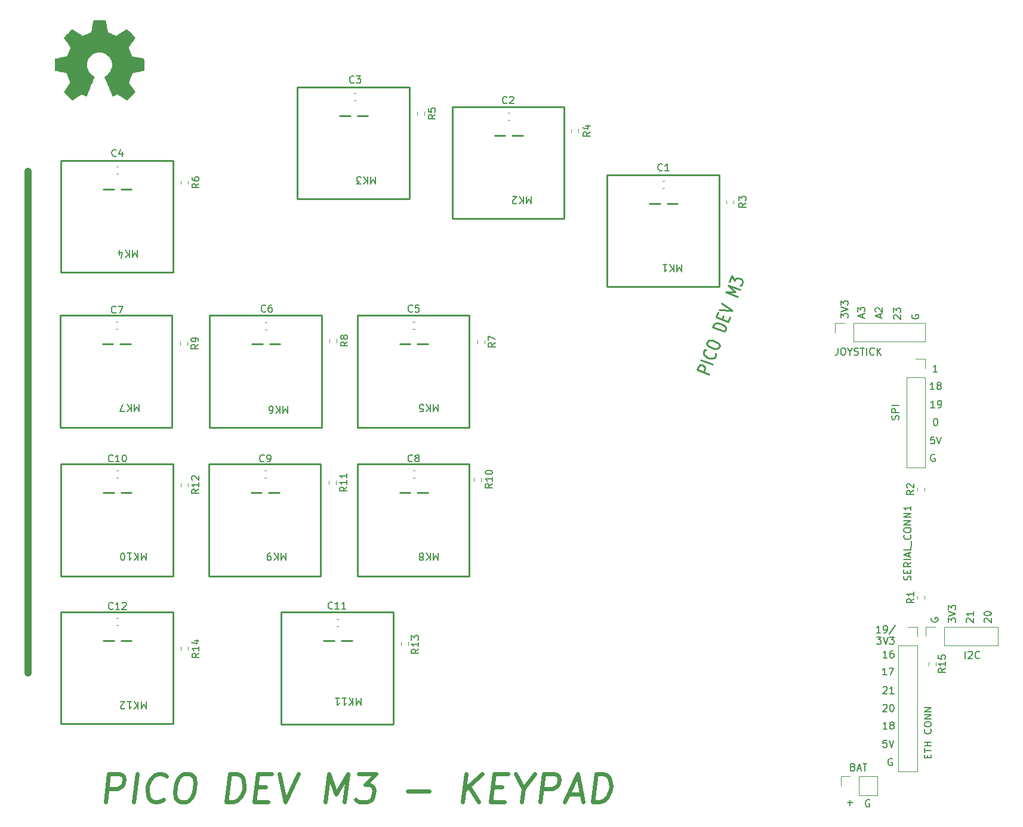
<source format=gbr>
%TF.GenerationSoftware,KiCad,Pcbnew,(6.0.9)*%
%TF.CreationDate,2023-01-29T02:38:54+01:00*%
%TF.ProjectId,PICO DEV M3 KEYPAD,5049434f-2044-4455-9620-4d33204b4559,0.1*%
%TF.SameCoordinates,Original*%
%TF.FileFunction,Legend,Top*%
%TF.FilePolarity,Positive*%
%FSLAX46Y46*%
G04 Gerber Fmt 4.6, Leading zero omitted, Abs format (unit mm)*
G04 Created by KiCad (PCBNEW (6.0.9)) date 2023-01-29 02:38:54*
%MOMM*%
%LPD*%
G01*
G04 APERTURE LIST*
%ADD10C,1.000000*%
%ADD11C,0.150000*%
%ADD12C,0.600000*%
%ADD13C,0.250000*%
%ADD14C,0.120000*%
%ADD15C,0.254000*%
G04 APERTURE END LIST*
D10*
X63500000Y-55880000D02*
X63500000Y-127000000D01*
D11*
X199242419Y-119837104D02*
X199194800Y-119789485D01*
X199147180Y-119694247D01*
X199147180Y-119456152D01*
X199194800Y-119360914D01*
X199242419Y-119313295D01*
X199337657Y-119265676D01*
X199432895Y-119265676D01*
X199575752Y-119313295D01*
X200147180Y-119884723D01*
X200147180Y-119265676D01*
X199147180Y-118646628D02*
X199147180Y-118551390D01*
X199194800Y-118456152D01*
X199242419Y-118408533D01*
X199337657Y-118360914D01*
X199528133Y-118313295D01*
X199766228Y-118313295D01*
X199956704Y-118360914D01*
X200051942Y-118408533D01*
X200099561Y-118456152D01*
X200147180Y-118551390D01*
X200147180Y-118646628D01*
X200099561Y-118741866D01*
X200051942Y-118789485D01*
X199956704Y-118837104D01*
X199766228Y-118884723D01*
X199528133Y-118884723D01*
X199337657Y-118837104D01*
X199242419Y-118789485D01*
X199194800Y-118741866D01*
X199147180Y-118646628D01*
X184810495Y-129036819D02*
X184858114Y-128989200D01*
X184953352Y-128941580D01*
X185191447Y-128941580D01*
X185286685Y-128989200D01*
X185334304Y-129036819D01*
X185381923Y-129132057D01*
X185381923Y-129227295D01*
X185334304Y-129370152D01*
X184762876Y-129941580D01*
X185381923Y-129941580D01*
X186334304Y-129941580D02*
X185762876Y-129941580D01*
X186048590Y-129941580D02*
X186048590Y-128941580D01*
X185953352Y-129084438D01*
X185858114Y-129179676D01*
X185762876Y-129227295D01*
X184418266Y-76660285D02*
X184418266Y-76184095D01*
X184703980Y-76755523D02*
X183703980Y-76422190D01*
X184703980Y-76088857D01*
X183799219Y-75803142D02*
X183751600Y-75755523D01*
X183703980Y-75660285D01*
X183703980Y-75422190D01*
X183751600Y-75326952D01*
X183799219Y-75279333D01*
X183894457Y-75231714D01*
X183989695Y-75231714D01*
X184132552Y-75279333D01*
X184703980Y-75850761D01*
X184703980Y-75231714D01*
X179755847Y-145410228D02*
X180517752Y-145410228D01*
X180136800Y-145791180D02*
X180136800Y-145029276D01*
X192512914Y-84323180D02*
X191941485Y-84323180D01*
X192227200Y-84323180D02*
X192227200Y-83323180D01*
X192131961Y-83466038D01*
X192036723Y-83561276D01*
X191941485Y-83608895D01*
X186993161Y-91092209D02*
X187040780Y-90949352D01*
X187040780Y-90711257D01*
X186993161Y-90616019D01*
X186945542Y-90568400D01*
X186850304Y-90520780D01*
X186755066Y-90520780D01*
X186659828Y-90568400D01*
X186612209Y-90616019D01*
X186564590Y-90711257D01*
X186516971Y-90901733D01*
X186469352Y-90996971D01*
X186421733Y-91044590D01*
X186326495Y-91092209D01*
X186231257Y-91092209D01*
X186136019Y-91044590D01*
X186088400Y-90996971D01*
X186040780Y-90901733D01*
X186040780Y-90663638D01*
X186088400Y-90520780D01*
X187040780Y-90092209D02*
X186040780Y-90092209D01*
X186040780Y-89711257D01*
X186088400Y-89616019D01*
X186136019Y-89568400D01*
X186231257Y-89520780D01*
X186374114Y-89520780D01*
X186469352Y-89568400D01*
X186516971Y-89616019D01*
X186564590Y-89711257D01*
X186564590Y-90092209D01*
X187040780Y-89092209D02*
X186040780Y-89092209D01*
X191676400Y-119219695D02*
X191628780Y-119314933D01*
X191628780Y-119457790D01*
X191676400Y-119600647D01*
X191771638Y-119695885D01*
X191866876Y-119743504D01*
X192057352Y-119791123D01*
X192200209Y-119791123D01*
X192390685Y-119743504D01*
X192485923Y-119695885D01*
X192581161Y-119600647D01*
X192628780Y-119457790D01*
X192628780Y-119362552D01*
X192581161Y-119219695D01*
X192533542Y-119172076D01*
X192200209Y-119172076D01*
X192200209Y-119362552D01*
X178400438Y-80935580D02*
X178400438Y-81649866D01*
X178352819Y-81792723D01*
X178257580Y-81887961D01*
X178114723Y-81935580D01*
X178019485Y-81935580D01*
X179067104Y-80935580D02*
X179257580Y-80935580D01*
X179352819Y-80983200D01*
X179448057Y-81078438D01*
X179495676Y-81268914D01*
X179495676Y-81602247D01*
X179448057Y-81792723D01*
X179352819Y-81887961D01*
X179257580Y-81935580D01*
X179067104Y-81935580D01*
X178971866Y-81887961D01*
X178876628Y-81792723D01*
X178829009Y-81602247D01*
X178829009Y-81268914D01*
X178876628Y-81078438D01*
X178971866Y-80983200D01*
X179067104Y-80935580D01*
X180114723Y-81459390D02*
X180114723Y-81935580D01*
X179781390Y-80935580D02*
X180114723Y-81459390D01*
X180448057Y-80935580D01*
X180733771Y-81887961D02*
X180876628Y-81935580D01*
X181114723Y-81935580D01*
X181209961Y-81887961D01*
X181257580Y-81840342D01*
X181305200Y-81745104D01*
X181305200Y-81649866D01*
X181257580Y-81554628D01*
X181209961Y-81507009D01*
X181114723Y-81459390D01*
X180924247Y-81411771D01*
X180829009Y-81364152D01*
X180781390Y-81316533D01*
X180733771Y-81221295D01*
X180733771Y-81126057D01*
X180781390Y-81030819D01*
X180829009Y-80983200D01*
X180924247Y-80935580D01*
X181162342Y-80935580D01*
X181305200Y-80983200D01*
X181590914Y-80935580D02*
X182162342Y-80935580D01*
X181876628Y-81935580D02*
X181876628Y-80935580D01*
X182495676Y-81935580D02*
X182495676Y-80935580D01*
X183543295Y-81840342D02*
X183495676Y-81887961D01*
X183352819Y-81935580D01*
X183257580Y-81935580D01*
X183114723Y-81887961D01*
X183019485Y-81792723D01*
X182971866Y-81697485D01*
X182924247Y-81507009D01*
X182924247Y-81364152D01*
X182971866Y-81173676D01*
X183019485Y-81078438D01*
X183114723Y-80983200D01*
X183257580Y-80935580D01*
X183352819Y-80935580D01*
X183495676Y-80983200D01*
X183543295Y-81030819D01*
X183971866Y-81935580D02*
X183971866Y-80935580D01*
X184543295Y-81935580D02*
X184114723Y-81364152D01*
X184543295Y-80935580D02*
X183971866Y-81507009D01*
X191139771Y-139055028D02*
X191139771Y-138721695D01*
X191663580Y-138578838D02*
X191663580Y-139055028D01*
X190663580Y-139055028D01*
X190663580Y-138578838D01*
X190663580Y-138293123D02*
X190663580Y-137721695D01*
X191663580Y-138007409D02*
X190663580Y-138007409D01*
X191663580Y-137388361D02*
X190663580Y-137388361D01*
X191139771Y-137388361D02*
X191139771Y-136816933D01*
X191663580Y-136816933D02*
X190663580Y-136816933D01*
X191568342Y-135007409D02*
X191615961Y-135055028D01*
X191663580Y-135197885D01*
X191663580Y-135293123D01*
X191615961Y-135435980D01*
X191520723Y-135531219D01*
X191425485Y-135578838D01*
X191235009Y-135626457D01*
X191092152Y-135626457D01*
X190901676Y-135578838D01*
X190806438Y-135531219D01*
X190711200Y-135435980D01*
X190663580Y-135293123D01*
X190663580Y-135197885D01*
X190711200Y-135055028D01*
X190758819Y-135007409D01*
X190663580Y-134388361D02*
X190663580Y-134197885D01*
X190711200Y-134102647D01*
X190806438Y-134007409D01*
X190996914Y-133959790D01*
X191330247Y-133959790D01*
X191520723Y-134007409D01*
X191615961Y-134102647D01*
X191663580Y-134197885D01*
X191663580Y-134388361D01*
X191615961Y-134483600D01*
X191520723Y-134578838D01*
X191330247Y-134626457D01*
X190996914Y-134626457D01*
X190806438Y-134578838D01*
X190711200Y-134483600D01*
X190663580Y-134388361D01*
X191663580Y-133531219D02*
X190663580Y-133531219D01*
X191663580Y-132959790D01*
X190663580Y-132959790D01*
X191663580Y-132483600D02*
X190663580Y-132483600D01*
X191663580Y-131912171D01*
X190663580Y-131912171D01*
X196702419Y-119837104D02*
X196654800Y-119789485D01*
X196607180Y-119694247D01*
X196607180Y-119456152D01*
X196654800Y-119360914D01*
X196702419Y-119313295D01*
X196797657Y-119265676D01*
X196892895Y-119265676D01*
X197035752Y-119313295D01*
X197607180Y-119884723D01*
X197607180Y-119265676D01*
X197607180Y-118313295D02*
X197607180Y-118884723D01*
X197607180Y-118599009D02*
X196607180Y-118599009D01*
X196750038Y-118694247D01*
X196845276Y-118789485D01*
X196892895Y-118884723D01*
X186390019Y-76809504D02*
X186342400Y-76761885D01*
X186294780Y-76666647D01*
X186294780Y-76428552D01*
X186342400Y-76333314D01*
X186390019Y-76285695D01*
X186485257Y-76238076D01*
X186580495Y-76238076D01*
X186723352Y-76285695D01*
X187294780Y-76857123D01*
X187294780Y-76238076D01*
X186294780Y-75904742D02*
X186294780Y-75285695D01*
X186675733Y-75619028D01*
X186675733Y-75476171D01*
X186723352Y-75380933D01*
X186770971Y-75333314D01*
X186866209Y-75285695D01*
X187104304Y-75285695D01*
X187199542Y-75333314D01*
X187247161Y-75380933D01*
X187294780Y-75476171D01*
X187294780Y-75761885D01*
X187247161Y-75857123D01*
X187199542Y-75904742D01*
D12*
X74492261Y-145319523D02*
X74992261Y-141319523D01*
X76516071Y-141319523D01*
X76873214Y-141510000D01*
X77039880Y-141700476D01*
X77182738Y-142081428D01*
X77111309Y-142652857D01*
X76873214Y-143033809D01*
X76658928Y-143224285D01*
X76254166Y-143414761D01*
X74730357Y-143414761D01*
X78492261Y-145319523D02*
X78992261Y-141319523D01*
X82730357Y-144938571D02*
X82516071Y-145129047D01*
X81920833Y-145319523D01*
X81539880Y-145319523D01*
X80992261Y-145129047D01*
X80658928Y-144748095D01*
X80516071Y-144367142D01*
X80420833Y-143605238D01*
X80492261Y-143033809D01*
X80777976Y-142271904D01*
X81016071Y-141890952D01*
X81444642Y-141510000D01*
X82039880Y-141319523D01*
X82420833Y-141319523D01*
X82968452Y-141510000D01*
X83135119Y-141700476D01*
X85658928Y-141319523D02*
X86420833Y-141319523D01*
X86777976Y-141510000D01*
X87111309Y-141890952D01*
X87206547Y-142652857D01*
X87039880Y-143986190D01*
X86754166Y-144748095D01*
X86325595Y-145129047D01*
X85920833Y-145319523D01*
X85158928Y-145319523D01*
X84801785Y-145129047D01*
X84468452Y-144748095D01*
X84373214Y-143986190D01*
X84539880Y-142652857D01*
X84825595Y-141890952D01*
X85254166Y-141510000D01*
X85658928Y-141319523D01*
X91635119Y-145319523D02*
X92135119Y-141319523D01*
X93087500Y-141319523D01*
X93635119Y-141510000D01*
X93968452Y-141890952D01*
X94111309Y-142271904D01*
X94206547Y-143033809D01*
X94135119Y-143605238D01*
X93849404Y-144367142D01*
X93611309Y-144748095D01*
X93182738Y-145129047D01*
X92587500Y-145319523D01*
X91635119Y-145319523D01*
X95897023Y-143224285D02*
X97230357Y-143224285D01*
X97539880Y-145319523D02*
X95635119Y-145319523D01*
X96135119Y-141319523D01*
X98039880Y-141319523D01*
X99182738Y-141319523D02*
X100016071Y-145319523D01*
X101849404Y-141319523D01*
X105730357Y-145319523D02*
X106230357Y-141319523D01*
X107206547Y-144176666D01*
X108897023Y-141319523D01*
X108397023Y-145319523D01*
X110420833Y-141319523D02*
X112897023Y-141319523D01*
X111373214Y-142843333D01*
X111944642Y-142843333D01*
X112301785Y-143033809D01*
X112468452Y-143224285D01*
X112611309Y-143605238D01*
X112492261Y-144557619D01*
X112254166Y-144938571D01*
X112039880Y-145129047D01*
X111635119Y-145319523D01*
X110492261Y-145319523D01*
X110135119Y-145129047D01*
X109968452Y-144938571D01*
X117349404Y-143795714D02*
X120397023Y-143795714D01*
X125158928Y-145319523D02*
X125658928Y-141319523D01*
X127444642Y-145319523D02*
X126016071Y-143033809D01*
X127944642Y-141319523D02*
X125373214Y-143605238D01*
X129420833Y-143224285D02*
X130754166Y-143224285D01*
X131063690Y-145319523D02*
X129158928Y-145319523D01*
X129658928Y-141319523D01*
X131563690Y-141319523D01*
X133777976Y-143414761D02*
X133539880Y-145319523D01*
X132706547Y-141319523D02*
X133777976Y-143414761D01*
X135373214Y-141319523D01*
X136206547Y-145319523D02*
X136706547Y-141319523D01*
X138230357Y-141319523D01*
X138587500Y-141510000D01*
X138754166Y-141700476D01*
X138897023Y-142081428D01*
X138825595Y-142652857D01*
X138587500Y-143033809D01*
X138373214Y-143224285D01*
X137968452Y-143414761D01*
X136444642Y-143414761D01*
X140158928Y-144176666D02*
X142063690Y-144176666D01*
X139635119Y-145319523D02*
X141468452Y-141319523D01*
X142301785Y-145319523D01*
X143635119Y-145319523D02*
X144135119Y-141319523D01*
X145087500Y-141319523D01*
X145635119Y-141510000D01*
X145968452Y-141890952D01*
X146111309Y-142271904D01*
X146206547Y-143033809D01*
X146135119Y-143605238D01*
X145849404Y-144367142D01*
X145611309Y-144748095D01*
X145182738Y-145129047D01*
X144587500Y-145319523D01*
X143635119Y-145319523D01*
D11*
X178827180Y-76676095D02*
X178827180Y-76057047D01*
X179208133Y-76390380D01*
X179208133Y-76247523D01*
X179255752Y-76152285D01*
X179303371Y-76104666D01*
X179398609Y-76057047D01*
X179636704Y-76057047D01*
X179731942Y-76104666D01*
X179779561Y-76152285D01*
X179827180Y-76247523D01*
X179827180Y-76533238D01*
X179779561Y-76628476D01*
X179731942Y-76676095D01*
X178827180Y-75771333D02*
X179827180Y-75438000D01*
X178827180Y-75104666D01*
X178827180Y-74866571D02*
X178827180Y-74247523D01*
X179208133Y-74580857D01*
X179208133Y-74438000D01*
X179255752Y-74342761D01*
X179303371Y-74295142D01*
X179398609Y-74247523D01*
X179636704Y-74247523D01*
X179731942Y-74295142D01*
X179779561Y-74342761D01*
X179827180Y-74438000D01*
X179827180Y-74723714D01*
X179779561Y-74818952D01*
X179731942Y-74866571D01*
X192087523Y-93533980D02*
X191611333Y-93533980D01*
X191563714Y-94010171D01*
X191611333Y-93962552D01*
X191706571Y-93914933D01*
X191944666Y-93914933D01*
X192039904Y-93962552D01*
X192087523Y-94010171D01*
X192135142Y-94105409D01*
X192135142Y-94343504D01*
X192087523Y-94438742D01*
X192039904Y-94486361D01*
X191944666Y-94533980D01*
X191706571Y-94533980D01*
X191611333Y-94486361D01*
X191563714Y-94438742D01*
X192420857Y-93533980D02*
X192754190Y-94533980D01*
X193087523Y-93533980D01*
X184810495Y-131576819D02*
X184858114Y-131529200D01*
X184953352Y-131481580D01*
X185191447Y-131481580D01*
X185286685Y-131529200D01*
X185334304Y-131576819D01*
X185381923Y-131672057D01*
X185381923Y-131767295D01*
X185334304Y-131910152D01*
X184762876Y-132481580D01*
X185381923Y-132481580D01*
X186000971Y-131481580D02*
X186096209Y-131481580D01*
X186191447Y-131529200D01*
X186239066Y-131576819D01*
X186286685Y-131672057D01*
X186334304Y-131862533D01*
X186334304Y-132100628D01*
X186286685Y-132291104D01*
X186239066Y-132386342D01*
X186191447Y-132433961D01*
X186096209Y-132481580D01*
X186000971Y-132481580D01*
X185905733Y-132433961D01*
X185858114Y-132386342D01*
X185810495Y-132291104D01*
X185762876Y-132100628D01*
X185762876Y-131862533D01*
X185810495Y-131672057D01*
X185858114Y-131576819D01*
X185905733Y-131529200D01*
X186000971Y-131481580D01*
X194117980Y-119856095D02*
X194117980Y-119237047D01*
X194498933Y-119570380D01*
X194498933Y-119427523D01*
X194546552Y-119332285D01*
X194594171Y-119284666D01*
X194689409Y-119237047D01*
X194927504Y-119237047D01*
X195022742Y-119284666D01*
X195070361Y-119332285D01*
X195117980Y-119427523D01*
X195117980Y-119713238D01*
X195070361Y-119808476D01*
X195022742Y-119856095D01*
X194117980Y-118951333D02*
X195117980Y-118618000D01*
X194117980Y-118284666D01*
X194117980Y-118046571D02*
X194117980Y-117427523D01*
X194498933Y-117760857D01*
X194498933Y-117618000D01*
X194546552Y-117522761D01*
X194594171Y-117475142D01*
X194689409Y-117427523D01*
X194927504Y-117427523D01*
X195022742Y-117475142D01*
X195070361Y-117522761D01*
X195117980Y-117618000D01*
X195117980Y-117903714D01*
X195070361Y-117998952D01*
X195022742Y-118046571D01*
X192230380Y-90943180D02*
X192325619Y-90943180D01*
X192420857Y-90990800D01*
X192468476Y-91038419D01*
X192516095Y-91133657D01*
X192563714Y-91324133D01*
X192563714Y-91562228D01*
X192516095Y-91752704D01*
X192468476Y-91847942D01*
X192420857Y-91895561D01*
X192325619Y-91943180D01*
X192230380Y-91943180D01*
X192135142Y-91895561D01*
X192087523Y-91847942D01*
X192039904Y-91752704D01*
X191992285Y-91562228D01*
X191992285Y-91324133D01*
X192039904Y-91133657D01*
X192087523Y-91038419D01*
X192135142Y-90990800D01*
X192230380Y-90943180D01*
X182887904Y-145042000D02*
X182792666Y-144994380D01*
X182649809Y-144994380D01*
X182506952Y-145042000D01*
X182411714Y-145137238D01*
X182364095Y-145232476D01*
X182316476Y-145422952D01*
X182316476Y-145565809D01*
X182364095Y-145756285D01*
X182411714Y-145851523D01*
X182506952Y-145946761D01*
X182649809Y-145994380D01*
X182745047Y-145994380D01*
X182887904Y-145946761D01*
X182935523Y-145899142D01*
X182935523Y-145565809D01*
X182745047Y-145565809D01*
X192138323Y-89403180D02*
X191566895Y-89403180D01*
X191852609Y-89403180D02*
X191852609Y-88403180D01*
X191757371Y-88546038D01*
X191662133Y-88641276D01*
X191566895Y-88688895D01*
X192614514Y-89403180D02*
X192804990Y-89403180D01*
X192900228Y-89355561D01*
X192947847Y-89307942D01*
X193043085Y-89165085D01*
X193090704Y-88974609D01*
X193090704Y-88593657D01*
X193043085Y-88498419D01*
X192995466Y-88450800D01*
X192900228Y-88403180D01*
X192709752Y-88403180D01*
X192614514Y-88450800D01*
X192566895Y-88498419D01*
X192519276Y-88593657D01*
X192519276Y-88831752D01*
X192566895Y-88926990D01*
X192614514Y-88974609D01*
X192709752Y-89022228D01*
X192900228Y-89022228D01*
X192995466Y-88974609D01*
X193043085Y-88926990D01*
X193090704Y-88831752D01*
X184451714Y-121313380D02*
X183880285Y-121313380D01*
X184166000Y-121313380D02*
X184166000Y-120313380D01*
X184070761Y-120456238D01*
X183975523Y-120551476D01*
X183880285Y-120599095D01*
X184927904Y-121313380D02*
X185118380Y-121313380D01*
X185213619Y-121265761D01*
X185261238Y-121218142D01*
X185356476Y-121075285D01*
X185404095Y-120884809D01*
X185404095Y-120503857D01*
X185356476Y-120408619D01*
X185308857Y-120361000D01*
X185213619Y-120313380D01*
X185023142Y-120313380D01*
X184927904Y-120361000D01*
X184880285Y-120408619D01*
X184832666Y-120503857D01*
X184832666Y-120741952D01*
X184880285Y-120837190D01*
X184927904Y-120884809D01*
X185023142Y-120932428D01*
X185213619Y-120932428D01*
X185308857Y-120884809D01*
X185356476Y-120837190D01*
X185404095Y-120741952D01*
X186546952Y-120265761D02*
X185689809Y-121551476D01*
X183927904Y-121923380D02*
X184546952Y-121923380D01*
X184213619Y-122304333D01*
X184356476Y-122304333D01*
X184451714Y-122351952D01*
X184499333Y-122399571D01*
X184546952Y-122494809D01*
X184546952Y-122732904D01*
X184499333Y-122828142D01*
X184451714Y-122875761D01*
X184356476Y-122923380D01*
X184070761Y-122923380D01*
X183975523Y-122875761D01*
X183927904Y-122828142D01*
X184832666Y-121923380D02*
X185166000Y-122923380D01*
X185499333Y-121923380D01*
X185737428Y-121923380D02*
X186356476Y-121923380D01*
X186023142Y-122304333D01*
X186166000Y-122304333D01*
X186261238Y-122351952D01*
X186308857Y-122399571D01*
X186356476Y-122494809D01*
X186356476Y-122732904D01*
X186308857Y-122828142D01*
X186261238Y-122875761D01*
X186166000Y-122923380D01*
X185880285Y-122923380D01*
X185785047Y-122875761D01*
X185737428Y-122828142D01*
X181929066Y-76609485D02*
X181929066Y-76133295D01*
X182214780Y-76704723D02*
X181214780Y-76371390D01*
X182214780Y-76038057D01*
X181214780Y-75799961D02*
X181214780Y-75180914D01*
X181595733Y-75514247D01*
X181595733Y-75371390D01*
X181643352Y-75276152D01*
X181690971Y-75228533D01*
X181786209Y-75180914D01*
X182024304Y-75180914D01*
X182119542Y-75228533D01*
X182167161Y-75276152D01*
X182214780Y-75371390D01*
X182214780Y-75657104D01*
X182167161Y-75752342D01*
X182119542Y-75799961D01*
X188933200Y-76242895D02*
X188885580Y-76338133D01*
X188885580Y-76480990D01*
X188933200Y-76623847D01*
X189028438Y-76719085D01*
X189123676Y-76766704D01*
X189314152Y-76814323D01*
X189457009Y-76814323D01*
X189647485Y-76766704D01*
X189742723Y-76719085D01*
X189837961Y-76623847D01*
X189885580Y-76480990D01*
X189885580Y-76385752D01*
X189837961Y-76242895D01*
X189790342Y-76195276D01*
X189457009Y-76195276D01*
X189457009Y-76385752D01*
X192087523Y-86812380D02*
X191516095Y-86812380D01*
X191801809Y-86812380D02*
X191801809Y-85812380D01*
X191706571Y-85955238D01*
X191611333Y-86050476D01*
X191516095Y-86098095D01*
X192658952Y-86240952D02*
X192563714Y-86193333D01*
X192516095Y-86145714D01*
X192468476Y-86050476D01*
X192468476Y-86002857D01*
X192516095Y-85907619D01*
X192563714Y-85860000D01*
X192658952Y-85812380D01*
X192849428Y-85812380D01*
X192944666Y-85860000D01*
X192992285Y-85907619D01*
X193039904Y-86002857D01*
X193039904Y-86050476D01*
X192992285Y-86145714D01*
X192944666Y-86193333D01*
X192849428Y-86240952D01*
X192658952Y-86240952D01*
X192563714Y-86288571D01*
X192516095Y-86336190D01*
X192468476Y-86431428D01*
X192468476Y-86621904D01*
X192516095Y-86717142D01*
X192563714Y-86764761D01*
X192658952Y-86812380D01*
X192849428Y-86812380D01*
X192944666Y-86764761D01*
X192992285Y-86717142D01*
X193039904Y-86621904D01*
X193039904Y-86431428D01*
X192992285Y-86336190D01*
X192944666Y-86288571D01*
X192849428Y-86240952D01*
X185331123Y-127299980D02*
X184759695Y-127299980D01*
X185045409Y-127299980D02*
X185045409Y-126299980D01*
X184950171Y-126442838D01*
X184854933Y-126538076D01*
X184759695Y-126585695D01*
X185664457Y-126299980D02*
X186331123Y-126299980D01*
X185902552Y-127299980D01*
X185381923Y-124861580D02*
X184810495Y-124861580D01*
X185096209Y-124861580D02*
X185096209Y-123861580D01*
X185000971Y-124004438D01*
X184905733Y-124099676D01*
X184810495Y-124147295D01*
X186239066Y-123861580D02*
X186048590Y-123861580D01*
X185953352Y-123909200D01*
X185905733Y-123956819D01*
X185810495Y-124099676D01*
X185762876Y-124290152D01*
X185762876Y-124671104D01*
X185810495Y-124766342D01*
X185858114Y-124813961D01*
X185953352Y-124861580D01*
X186143828Y-124861580D01*
X186239066Y-124813961D01*
X186286685Y-124766342D01*
X186334304Y-124671104D01*
X186334304Y-124433009D01*
X186286685Y-124337771D01*
X186239066Y-124290152D01*
X186143828Y-124242533D01*
X185953352Y-124242533D01*
X185858114Y-124290152D01*
X185810495Y-124337771D01*
X185762876Y-124433009D01*
X185331123Y-136561580D02*
X184854933Y-136561580D01*
X184807314Y-137037771D01*
X184854933Y-136990152D01*
X184950171Y-136942533D01*
X185188266Y-136942533D01*
X185283504Y-136990152D01*
X185331123Y-137037771D01*
X185378742Y-137133009D01*
X185378742Y-137371104D01*
X185331123Y-137466342D01*
X185283504Y-137513961D01*
X185188266Y-137561580D01*
X184950171Y-137561580D01*
X184854933Y-137513961D01*
X184807314Y-137466342D01*
X185664457Y-136561580D02*
X185997790Y-137561580D01*
X186331123Y-136561580D01*
X196483409Y-124963180D02*
X196483409Y-123963180D01*
X196911980Y-124058419D02*
X196959600Y-124010800D01*
X197054838Y-123963180D01*
X197292933Y-123963180D01*
X197388171Y-124010800D01*
X197435790Y-124058419D01*
X197483409Y-124153657D01*
X197483409Y-124248895D01*
X197435790Y-124391752D01*
X196864361Y-124963180D01*
X197483409Y-124963180D01*
X198483409Y-124867942D02*
X198435790Y-124915561D01*
X198292933Y-124963180D01*
X198197695Y-124963180D01*
X198054838Y-124915561D01*
X197959600Y-124820323D01*
X197911980Y-124725085D01*
X197864361Y-124534609D01*
X197864361Y-124391752D01*
X197911980Y-124201276D01*
X197959600Y-124106038D01*
X198054838Y-124010800D01*
X198197695Y-123963180D01*
X198292933Y-123963180D01*
X198435790Y-124010800D01*
X198483409Y-124058419D01*
X192133504Y-96070800D02*
X192038266Y-96023180D01*
X191895409Y-96023180D01*
X191752552Y-96070800D01*
X191657314Y-96166038D01*
X191609695Y-96261276D01*
X191562076Y-96451752D01*
X191562076Y-96594609D01*
X191609695Y-96785085D01*
X191657314Y-96880323D01*
X191752552Y-96975561D01*
X191895409Y-97023180D01*
X191990647Y-97023180D01*
X192133504Y-96975561D01*
X192181123Y-96927942D01*
X192181123Y-96594609D01*
X191990647Y-96594609D01*
X180567104Y-140339771D02*
X180709961Y-140387390D01*
X180757580Y-140435009D01*
X180805200Y-140530247D01*
X180805200Y-140673104D01*
X180757580Y-140768342D01*
X180709961Y-140815961D01*
X180614723Y-140863580D01*
X180233771Y-140863580D01*
X180233771Y-139863580D01*
X180567104Y-139863580D01*
X180662342Y-139911200D01*
X180709961Y-139958819D01*
X180757580Y-140054057D01*
X180757580Y-140149295D01*
X180709961Y-140244533D01*
X180662342Y-140292152D01*
X180567104Y-140339771D01*
X180233771Y-140339771D01*
X181186152Y-140577866D02*
X181662342Y-140577866D01*
X181090914Y-140863580D02*
X181424247Y-139863580D01*
X181757580Y-140863580D01*
X181948057Y-139863580D02*
X182519485Y-139863580D01*
X182233771Y-140863580D02*
X182233771Y-139863580D01*
X185381923Y-134970780D02*
X184810495Y-134970780D01*
X185096209Y-134970780D02*
X185096209Y-133970780D01*
X185000971Y-134113638D01*
X184905733Y-134208876D01*
X184810495Y-134256495D01*
X185953352Y-134399352D02*
X185858114Y-134351733D01*
X185810495Y-134304114D01*
X185762876Y-134208876D01*
X185762876Y-134161257D01*
X185810495Y-134066019D01*
X185858114Y-134018400D01*
X185953352Y-133970780D01*
X186143828Y-133970780D01*
X186239066Y-134018400D01*
X186286685Y-134066019D01*
X186334304Y-134161257D01*
X186334304Y-134208876D01*
X186286685Y-134304114D01*
X186239066Y-134351733D01*
X186143828Y-134399352D01*
X185953352Y-134399352D01*
X185858114Y-134446971D01*
X185810495Y-134494590D01*
X185762876Y-134589828D01*
X185762876Y-134780304D01*
X185810495Y-134875542D01*
X185858114Y-134923161D01*
X185953352Y-134970780D01*
X186143828Y-134970780D01*
X186239066Y-134923161D01*
X186286685Y-134875542D01*
X186334304Y-134780304D01*
X186334304Y-134589828D01*
X186286685Y-134494590D01*
X186239066Y-134446971D01*
X186143828Y-134399352D01*
X186088304Y-139200000D02*
X185993066Y-139152380D01*
X185850209Y-139152380D01*
X185707352Y-139200000D01*
X185612114Y-139295238D01*
X185564495Y-139390476D01*
X185516876Y-139580952D01*
X185516876Y-139723809D01*
X185564495Y-139914285D01*
X185612114Y-140009523D01*
X185707352Y-140104761D01*
X185850209Y-140152380D01*
X185945447Y-140152380D01*
X186088304Y-140104761D01*
X186135923Y-140057142D01*
X186135923Y-139723809D01*
X185945447Y-139723809D01*
%TO.C,*%
%TO.C,C10*%
X75557142Y-96978742D02*
X75509523Y-97026361D01*
X75366666Y-97073980D01*
X75271428Y-97073980D01*
X75128571Y-97026361D01*
X75033333Y-96931123D01*
X74985714Y-96835885D01*
X74938095Y-96645409D01*
X74938095Y-96502552D01*
X74985714Y-96312076D01*
X75033333Y-96216838D01*
X75128571Y-96121600D01*
X75271428Y-96073980D01*
X75366666Y-96073980D01*
X75509523Y-96121600D01*
X75557142Y-96169219D01*
X76509523Y-97073980D02*
X75938095Y-97073980D01*
X76223809Y-97073980D02*
X76223809Y-96073980D01*
X76128571Y-96216838D01*
X76033333Y-96312076D01*
X75938095Y-96359695D01*
X77128571Y-96073980D02*
X77223809Y-96073980D01*
X77319047Y-96121600D01*
X77366666Y-96169219D01*
X77414285Y-96264457D01*
X77461904Y-96454933D01*
X77461904Y-96693028D01*
X77414285Y-96883504D01*
X77366666Y-96978742D01*
X77319047Y-97026361D01*
X77223809Y-97073980D01*
X77128571Y-97073980D01*
X77033333Y-97026361D01*
X76985714Y-96978742D01*
X76938095Y-96883504D01*
X76890476Y-96693028D01*
X76890476Y-96454933D01*
X76938095Y-96264457D01*
X76985714Y-96169219D01*
X77033333Y-96121600D01*
X77128571Y-96073980D01*
%TO.C,MK8*%
X121705523Y-110037619D02*
X121705523Y-111037619D01*
X121372190Y-110323333D01*
X121038857Y-111037619D01*
X121038857Y-110037619D01*
X120562666Y-110037619D02*
X120562666Y-111037619D01*
X119991238Y-110037619D02*
X120419809Y-110609047D01*
X119991238Y-111037619D02*
X120562666Y-110466190D01*
X119419809Y-110609047D02*
X119515047Y-110656666D01*
X119562666Y-110704285D01*
X119610285Y-110799523D01*
X119610285Y-110847142D01*
X119562666Y-110942380D01*
X119515047Y-110990000D01*
X119419809Y-111037619D01*
X119229333Y-111037619D01*
X119134095Y-110990000D01*
X119086476Y-110942380D01*
X119038857Y-110847142D01*
X119038857Y-110799523D01*
X119086476Y-110704285D01*
X119134095Y-110656666D01*
X119229333Y-110609047D01*
X119419809Y-110609047D01*
X119515047Y-110561428D01*
X119562666Y-110513809D01*
X119610285Y-110418571D01*
X119610285Y-110228095D01*
X119562666Y-110132857D01*
X119515047Y-110085238D01*
X119419809Y-110037619D01*
X119229333Y-110037619D01*
X119134095Y-110085238D01*
X119086476Y-110132857D01*
X119038857Y-110228095D01*
X119038857Y-110418571D01*
X119086476Y-110513809D01*
X119134095Y-110561428D01*
X119229333Y-110609047D01*
%TO.C,R4*%
X143251180Y-50306266D02*
X142774990Y-50639600D01*
X143251180Y-50877695D02*
X142251180Y-50877695D01*
X142251180Y-50496742D01*
X142298800Y-50401504D01*
X142346419Y-50353885D01*
X142441657Y-50306266D01*
X142584514Y-50306266D01*
X142679752Y-50353885D01*
X142727371Y-50401504D01*
X142774990Y-50496742D01*
X142774990Y-50877695D01*
X142584514Y-49449123D02*
X143251180Y-49449123D01*
X142203561Y-49687219D02*
X142917847Y-49925314D01*
X142917847Y-49306266D01*
%TO.C,R7*%
X129789180Y-80227466D02*
X129312990Y-80560800D01*
X129789180Y-80798895D02*
X128789180Y-80798895D01*
X128789180Y-80417942D01*
X128836800Y-80322704D01*
X128884419Y-80275085D01*
X128979657Y-80227466D01*
X129122514Y-80227466D01*
X129217752Y-80275085D01*
X129265371Y-80322704D01*
X129312990Y-80417942D01*
X129312990Y-80798895D01*
X128789180Y-79894133D02*
X128789180Y-79227466D01*
X129789180Y-79656038D01*
%TO.C,C1*%
X153503333Y-55729142D02*
X153455714Y-55776761D01*
X153312857Y-55824380D01*
X153217619Y-55824380D01*
X153074761Y-55776761D01*
X152979523Y-55681523D01*
X152931904Y-55586285D01*
X152884285Y-55395809D01*
X152884285Y-55252952D01*
X152931904Y-55062476D01*
X152979523Y-54967238D01*
X153074761Y-54872000D01*
X153217619Y-54824380D01*
X153312857Y-54824380D01*
X153455714Y-54872000D01*
X153503333Y-54919619D01*
X154455714Y-55824380D02*
X153884285Y-55824380D01*
X154170000Y-55824380D02*
X154170000Y-54824380D01*
X154074761Y-54967238D01*
X153979523Y-55062476D01*
X153884285Y-55110095D01*
%TO.C,MK2*%
X134913523Y-59491619D02*
X134913523Y-60491619D01*
X134580190Y-59777333D01*
X134246857Y-60491619D01*
X134246857Y-59491619D01*
X133770666Y-59491619D02*
X133770666Y-60491619D01*
X133199238Y-59491619D02*
X133627809Y-60063047D01*
X133199238Y-60491619D02*
X133770666Y-59920190D01*
X132818285Y-60396380D02*
X132770666Y-60444000D01*
X132675428Y-60491619D01*
X132437333Y-60491619D01*
X132342095Y-60444000D01*
X132294476Y-60396380D01*
X132246857Y-60301142D01*
X132246857Y-60205904D01*
X132294476Y-60063047D01*
X132865904Y-59491619D01*
X132246857Y-59491619D01*
%TO.C,C5*%
X118057333Y-75744342D02*
X118009714Y-75791961D01*
X117866857Y-75839580D01*
X117771619Y-75839580D01*
X117628761Y-75791961D01*
X117533523Y-75696723D01*
X117485904Y-75601485D01*
X117438285Y-75411009D01*
X117438285Y-75268152D01*
X117485904Y-75077676D01*
X117533523Y-74982438D01*
X117628761Y-74887200D01*
X117771619Y-74839580D01*
X117866857Y-74839580D01*
X118009714Y-74887200D01*
X118057333Y-74934819D01*
X118962095Y-74839580D02*
X118485904Y-74839580D01*
X118438285Y-75315771D01*
X118485904Y-75268152D01*
X118581142Y-75220533D01*
X118819238Y-75220533D01*
X118914476Y-75268152D01*
X118962095Y-75315771D01*
X119009714Y-75411009D01*
X119009714Y-75649104D01*
X118962095Y-75744342D01*
X118914476Y-75791961D01*
X118819238Y-75839580D01*
X118581142Y-75839580D01*
X118485904Y-75791961D01*
X118438285Y-75744342D01*
%TO.C,C6*%
X97216933Y-75744342D02*
X97169314Y-75791961D01*
X97026457Y-75839580D01*
X96931219Y-75839580D01*
X96788361Y-75791961D01*
X96693123Y-75696723D01*
X96645504Y-75601485D01*
X96597885Y-75411009D01*
X96597885Y-75268152D01*
X96645504Y-75077676D01*
X96693123Y-74982438D01*
X96788361Y-74887200D01*
X96931219Y-74839580D01*
X97026457Y-74839580D01*
X97169314Y-74887200D01*
X97216933Y-74934819D01*
X98074076Y-74839580D02*
X97883600Y-74839580D01*
X97788361Y-74887200D01*
X97740742Y-74934819D01*
X97645504Y-75077676D01*
X97597885Y-75268152D01*
X97597885Y-75649104D01*
X97645504Y-75744342D01*
X97693123Y-75791961D01*
X97788361Y-75839580D01*
X97978838Y-75839580D01*
X98074076Y-75791961D01*
X98121695Y-75744342D01*
X98169314Y-75649104D01*
X98169314Y-75411009D01*
X98121695Y-75315771D01*
X98074076Y-75268152D01*
X97978838Y-75220533D01*
X97788361Y-75220533D01*
X97693123Y-75268152D01*
X97645504Y-75315771D01*
X97597885Y-75411009D01*
%TO.C,R10*%
X129382780Y-100198657D02*
X128906590Y-100531990D01*
X129382780Y-100770085D02*
X128382780Y-100770085D01*
X128382780Y-100389133D01*
X128430400Y-100293895D01*
X128478019Y-100246276D01*
X128573257Y-100198657D01*
X128716114Y-100198657D01*
X128811352Y-100246276D01*
X128858971Y-100293895D01*
X128906590Y-100389133D01*
X128906590Y-100770085D01*
X129382780Y-99246276D02*
X129382780Y-99817704D01*
X129382780Y-99531990D02*
X128382780Y-99531990D01*
X128525638Y-99627228D01*
X128620876Y-99722466D01*
X128668495Y-99817704D01*
X128382780Y-98627228D02*
X128382780Y-98531990D01*
X128430400Y-98436752D01*
X128478019Y-98389133D01*
X128573257Y-98341514D01*
X128763733Y-98293895D01*
X129001828Y-98293895D01*
X129192304Y-98341514D01*
X129287542Y-98389133D01*
X129335161Y-98436752D01*
X129382780Y-98531990D01*
X129382780Y-98627228D01*
X129335161Y-98722466D01*
X129287542Y-98770085D01*
X129192304Y-98817704D01*
X129001828Y-98865323D01*
X128763733Y-98865323D01*
X128573257Y-98817704D01*
X128478019Y-98770085D01*
X128430400Y-98722466D01*
X128382780Y-98627228D01*
%TO.C,R11*%
X108757980Y-100654857D02*
X108281790Y-100988190D01*
X108757980Y-101226285D02*
X107757980Y-101226285D01*
X107757980Y-100845333D01*
X107805600Y-100750095D01*
X107853219Y-100702476D01*
X107948457Y-100654857D01*
X108091314Y-100654857D01*
X108186552Y-100702476D01*
X108234171Y-100750095D01*
X108281790Y-100845333D01*
X108281790Y-101226285D01*
X108757980Y-99702476D02*
X108757980Y-100273904D01*
X108757980Y-99988190D02*
X107757980Y-99988190D01*
X107900838Y-100083428D01*
X107996076Y-100178666D01*
X108043695Y-100273904D01*
X108757980Y-98750095D02*
X108757980Y-99321523D01*
X108757980Y-99035809D02*
X107757980Y-99035809D01*
X107900838Y-99131047D01*
X107996076Y-99226285D01*
X108043695Y-99321523D01*
%TO.C,R8*%
X108859580Y-80075066D02*
X108383390Y-80408400D01*
X108859580Y-80646495D02*
X107859580Y-80646495D01*
X107859580Y-80265542D01*
X107907200Y-80170304D01*
X107954819Y-80122685D01*
X108050057Y-80075066D01*
X108192914Y-80075066D01*
X108288152Y-80122685D01*
X108335771Y-80170304D01*
X108383390Y-80265542D01*
X108383390Y-80646495D01*
X108288152Y-79503638D02*
X108240533Y-79598876D01*
X108192914Y-79646495D01*
X108097676Y-79694114D01*
X108050057Y-79694114D01*
X107954819Y-79646495D01*
X107907200Y-79598876D01*
X107859580Y-79503638D01*
X107859580Y-79313161D01*
X107907200Y-79217923D01*
X107954819Y-79170304D01*
X108050057Y-79122685D01*
X108097676Y-79122685D01*
X108192914Y-79170304D01*
X108240533Y-79217923D01*
X108288152Y-79313161D01*
X108288152Y-79503638D01*
X108335771Y-79598876D01*
X108383390Y-79646495D01*
X108478628Y-79694114D01*
X108669104Y-79694114D01*
X108764342Y-79646495D01*
X108811961Y-79598876D01*
X108859580Y-79503638D01*
X108859580Y-79313161D01*
X108811961Y-79217923D01*
X108764342Y-79170304D01*
X108669104Y-79122685D01*
X108478628Y-79122685D01*
X108383390Y-79170304D01*
X108335771Y-79217923D01*
X108288152Y-79313161D01*
%TO.C,MK1*%
X156249523Y-69143619D02*
X156249523Y-70143619D01*
X155916190Y-69429333D01*
X155582857Y-70143619D01*
X155582857Y-69143619D01*
X155106666Y-69143619D02*
X155106666Y-70143619D01*
X154535238Y-69143619D02*
X154963809Y-69715047D01*
X154535238Y-70143619D02*
X155106666Y-69572190D01*
X153582857Y-69143619D02*
X154154285Y-69143619D01*
X153868571Y-69143619D02*
X153868571Y-70143619D01*
X153963809Y-70000761D01*
X154059047Y-69905523D01*
X154154285Y-69857904D01*
%TO.C,SERIAL_CONN1*%
X188720361Y-113848495D02*
X188767980Y-113705638D01*
X188767980Y-113467542D01*
X188720361Y-113372304D01*
X188672742Y-113324685D01*
X188577504Y-113277066D01*
X188482266Y-113277066D01*
X188387028Y-113324685D01*
X188339409Y-113372304D01*
X188291790Y-113467542D01*
X188244171Y-113658019D01*
X188196552Y-113753257D01*
X188148933Y-113800876D01*
X188053695Y-113848495D01*
X187958457Y-113848495D01*
X187863219Y-113800876D01*
X187815600Y-113753257D01*
X187767980Y-113658019D01*
X187767980Y-113419923D01*
X187815600Y-113277066D01*
X188244171Y-112848495D02*
X188244171Y-112515161D01*
X188767980Y-112372304D02*
X188767980Y-112848495D01*
X187767980Y-112848495D01*
X187767980Y-112372304D01*
X188767980Y-111372304D02*
X188291790Y-111705638D01*
X188767980Y-111943733D02*
X187767980Y-111943733D01*
X187767980Y-111562780D01*
X187815600Y-111467542D01*
X187863219Y-111419923D01*
X187958457Y-111372304D01*
X188101314Y-111372304D01*
X188196552Y-111419923D01*
X188244171Y-111467542D01*
X188291790Y-111562780D01*
X188291790Y-111943733D01*
X188767980Y-110943733D02*
X187767980Y-110943733D01*
X188482266Y-110515161D02*
X188482266Y-110038971D01*
X188767980Y-110610400D02*
X187767980Y-110277066D01*
X188767980Y-109943733D01*
X188767980Y-109134209D02*
X188767980Y-109610400D01*
X187767980Y-109610400D01*
X188863219Y-109038971D02*
X188863219Y-108277066D01*
X188672742Y-107467542D02*
X188720361Y-107515161D01*
X188767980Y-107658019D01*
X188767980Y-107753257D01*
X188720361Y-107896114D01*
X188625123Y-107991352D01*
X188529885Y-108038971D01*
X188339409Y-108086590D01*
X188196552Y-108086590D01*
X188006076Y-108038971D01*
X187910838Y-107991352D01*
X187815600Y-107896114D01*
X187767980Y-107753257D01*
X187767980Y-107658019D01*
X187815600Y-107515161D01*
X187863219Y-107467542D01*
X187767980Y-106848495D02*
X187767980Y-106658019D01*
X187815600Y-106562780D01*
X187910838Y-106467542D01*
X188101314Y-106419923D01*
X188434647Y-106419923D01*
X188625123Y-106467542D01*
X188720361Y-106562780D01*
X188767980Y-106658019D01*
X188767980Y-106848495D01*
X188720361Y-106943733D01*
X188625123Y-107038971D01*
X188434647Y-107086590D01*
X188101314Y-107086590D01*
X187910838Y-107038971D01*
X187815600Y-106943733D01*
X187767980Y-106848495D01*
X188767980Y-105991352D02*
X187767980Y-105991352D01*
X188767980Y-105419923D01*
X187767980Y-105419923D01*
X188767980Y-104943733D02*
X187767980Y-104943733D01*
X188767980Y-104372304D01*
X187767980Y-104372304D01*
X188767980Y-103372304D02*
X188767980Y-103943733D01*
X188767980Y-103658019D02*
X187767980Y-103658019D01*
X187910838Y-103753257D01*
X188006076Y-103848495D01*
X188053695Y-103943733D01*
%TO.C,MK5*%
X121705523Y-88955619D02*
X121705523Y-89955619D01*
X121372190Y-89241333D01*
X121038857Y-89955619D01*
X121038857Y-88955619D01*
X120562666Y-88955619D02*
X120562666Y-89955619D01*
X119991238Y-88955619D02*
X120419809Y-89527047D01*
X119991238Y-89955619D02*
X120562666Y-89384190D01*
X119086476Y-89955619D02*
X119562666Y-89955619D01*
X119610285Y-89479428D01*
X119562666Y-89527047D01*
X119467428Y-89574666D01*
X119229333Y-89574666D01*
X119134095Y-89527047D01*
X119086476Y-89479428D01*
X119038857Y-89384190D01*
X119038857Y-89146095D01*
X119086476Y-89050857D01*
X119134095Y-89003238D01*
X119229333Y-88955619D01*
X119467428Y-88955619D01*
X119562666Y-89003238D01*
X119610285Y-89050857D01*
%TO.C,R15*%
X193652380Y-126372857D02*
X193176190Y-126706190D01*
X193652380Y-126944285D02*
X192652380Y-126944285D01*
X192652380Y-126563333D01*
X192700000Y-126468095D01*
X192747619Y-126420476D01*
X192842857Y-126372857D01*
X192985714Y-126372857D01*
X193080952Y-126420476D01*
X193128571Y-126468095D01*
X193176190Y-126563333D01*
X193176190Y-126944285D01*
X193652380Y-125420476D02*
X193652380Y-125991904D01*
X193652380Y-125706190D02*
X192652380Y-125706190D01*
X192795238Y-125801428D01*
X192890476Y-125896666D01*
X192938095Y-125991904D01*
X192652380Y-124515714D02*
X192652380Y-124991904D01*
X193128571Y-125039523D01*
X193080952Y-124991904D01*
X193033333Y-124896666D01*
X193033333Y-124658571D01*
X193080952Y-124563333D01*
X193128571Y-124515714D01*
X193223809Y-124468095D01*
X193461904Y-124468095D01*
X193557142Y-124515714D01*
X193604761Y-124563333D01*
X193652380Y-124658571D01*
X193652380Y-124896666D01*
X193604761Y-124991904D01*
X193557142Y-125039523D01*
%TO.C,C4*%
X76033333Y-53697142D02*
X75985714Y-53744761D01*
X75842857Y-53792380D01*
X75747619Y-53792380D01*
X75604761Y-53744761D01*
X75509523Y-53649523D01*
X75461904Y-53554285D01*
X75414285Y-53363809D01*
X75414285Y-53220952D01*
X75461904Y-53030476D01*
X75509523Y-52935238D01*
X75604761Y-52840000D01*
X75747619Y-52792380D01*
X75842857Y-52792380D01*
X75985714Y-52840000D01*
X76033333Y-52887619D01*
X76890476Y-53125714D02*
X76890476Y-53792380D01*
X76652380Y-52744761D02*
X76414285Y-53459047D01*
X77033333Y-53459047D01*
%TO.C,MK12*%
X80271714Y-131119619D02*
X80271714Y-132119619D01*
X79938380Y-131405333D01*
X79605047Y-132119619D01*
X79605047Y-131119619D01*
X79128857Y-131119619D02*
X79128857Y-132119619D01*
X78557428Y-131119619D02*
X78986000Y-131691047D01*
X78557428Y-132119619D02*
X79128857Y-131548190D01*
X77605047Y-131119619D02*
X78176476Y-131119619D01*
X77890761Y-131119619D02*
X77890761Y-132119619D01*
X77986000Y-131976761D01*
X78081238Y-131881523D01*
X78176476Y-131833904D01*
X77224095Y-132024380D02*
X77176476Y-132072000D01*
X77081238Y-132119619D01*
X76843142Y-132119619D01*
X76747904Y-132072000D01*
X76700285Y-132024380D01*
X76652666Y-131929142D01*
X76652666Y-131833904D01*
X76700285Y-131691047D01*
X77271714Y-131119619D01*
X76652666Y-131119619D01*
D13*
%TO.C,U1*%
X160144607Y-84647471D02*
X158453160Y-84031835D01*
X158648600Y-83494867D01*
X158778005Y-83389942D01*
X158882980Y-83352137D01*
X159068500Y-83343648D01*
X159310136Y-83431596D01*
X159446796Y-83557349D01*
X159502911Y-83653786D01*
X159534596Y-83817344D01*
X159339156Y-84354311D01*
X160657637Y-83237932D02*
X158966190Y-82622296D01*
X161034007Y-81702640D02*
X161090122Y-81799077D01*
X161097377Y-82029756D01*
X161048517Y-82163998D01*
X160894682Y-82336044D01*
X160684732Y-82411654D01*
X160499212Y-82420143D01*
X160152601Y-82370000D01*
X159910966Y-82282052D01*
X159613216Y-82097667D01*
X159476556Y-81971914D01*
X159364325Y-81779040D01*
X159357070Y-81548361D01*
X159405930Y-81414119D01*
X159559766Y-81242073D01*
X159664741Y-81204268D01*
X159821241Y-80273064D02*
X159918961Y-80004581D01*
X160048366Y-79899655D01*
X160258316Y-79824045D01*
X160604926Y-79874188D01*
X161168742Y-80079400D01*
X161466492Y-80263785D01*
X161578722Y-80456659D01*
X161610407Y-80620217D01*
X161512687Y-80888700D01*
X161383282Y-80993626D01*
X161173332Y-81069236D01*
X160826722Y-81019093D01*
X160262906Y-80813881D01*
X159965156Y-80629496D01*
X159852926Y-80436622D01*
X159821241Y-80273064D01*
X162343308Y-78606590D02*
X160651861Y-77990953D01*
X160774011Y-77655349D01*
X160927846Y-77483302D01*
X161137796Y-77407692D01*
X161323316Y-77399204D01*
X161669927Y-77449347D01*
X161911562Y-77537295D01*
X162209312Y-77721680D01*
X162345973Y-77847433D01*
X162458203Y-78040307D01*
X162465458Y-78270985D01*
X162343308Y-78606590D01*
X161970342Y-76874575D02*
X162141352Y-76404728D01*
X163100638Y-76525842D02*
X162856338Y-77197051D01*
X161164891Y-76581415D01*
X161409191Y-75910206D01*
X161555771Y-75507480D02*
X163418228Y-75653270D01*
X161897791Y-74567787D01*
X164151128Y-73639643D02*
X162459682Y-73024007D01*
X163838868Y-72993901D01*
X162801702Y-72084314D01*
X164493149Y-72699950D01*
X162997142Y-71547347D02*
X163314732Y-70674775D01*
X163788083Y-71379150D01*
X163861373Y-71177787D01*
X163990778Y-71072861D01*
X164095753Y-71035056D01*
X164281273Y-71026567D01*
X164683998Y-71173147D01*
X164820659Y-71298900D01*
X164876774Y-71395337D01*
X164908459Y-71558895D01*
X164761879Y-71961620D01*
X164632474Y-72066546D01*
X164527499Y-72104351D01*
D11*
%TO.C,R6*%
X87777580Y-57633666D02*
X87301390Y-57967000D01*
X87777580Y-58205095D02*
X86777580Y-58205095D01*
X86777580Y-57824142D01*
X86825200Y-57728904D01*
X86872819Y-57681285D01*
X86968057Y-57633666D01*
X87110914Y-57633666D01*
X87206152Y-57681285D01*
X87253771Y-57728904D01*
X87301390Y-57824142D01*
X87301390Y-58205095D01*
X86777580Y-56776523D02*
X86777580Y-56967000D01*
X86825200Y-57062238D01*
X86872819Y-57109857D01*
X87015676Y-57205095D01*
X87206152Y-57252714D01*
X87587104Y-57252714D01*
X87682342Y-57205095D01*
X87729961Y-57157476D01*
X87777580Y-57062238D01*
X87777580Y-56871761D01*
X87729961Y-56776523D01*
X87682342Y-56728904D01*
X87587104Y-56681285D01*
X87349009Y-56681285D01*
X87253771Y-56728904D01*
X87206152Y-56776523D01*
X87158533Y-56871761D01*
X87158533Y-57062238D01*
X87206152Y-57157476D01*
X87253771Y-57205095D01*
X87349009Y-57252714D01*
%TO.C,R14*%
X87777580Y-124239257D02*
X87301390Y-124572590D01*
X87777580Y-124810685D02*
X86777580Y-124810685D01*
X86777580Y-124429733D01*
X86825200Y-124334495D01*
X86872819Y-124286876D01*
X86968057Y-124239257D01*
X87110914Y-124239257D01*
X87206152Y-124286876D01*
X87253771Y-124334495D01*
X87301390Y-124429733D01*
X87301390Y-124810685D01*
X87777580Y-123286876D02*
X87777580Y-123858304D01*
X87777580Y-123572590D02*
X86777580Y-123572590D01*
X86920438Y-123667828D01*
X87015676Y-123763066D01*
X87063295Y-123858304D01*
X87110914Y-122429733D02*
X87777580Y-122429733D01*
X86729961Y-122667828D02*
X87444247Y-122905923D01*
X87444247Y-122286876D01*
%TO.C,C11*%
X106697542Y-117857542D02*
X106649923Y-117905161D01*
X106507066Y-117952780D01*
X106411828Y-117952780D01*
X106268971Y-117905161D01*
X106173733Y-117809923D01*
X106126114Y-117714685D01*
X106078495Y-117524209D01*
X106078495Y-117381352D01*
X106126114Y-117190876D01*
X106173733Y-117095638D01*
X106268971Y-117000400D01*
X106411828Y-116952780D01*
X106507066Y-116952780D01*
X106649923Y-117000400D01*
X106697542Y-117048019D01*
X107649923Y-117952780D02*
X107078495Y-117952780D01*
X107364209Y-117952780D02*
X107364209Y-116952780D01*
X107268971Y-117095638D01*
X107173733Y-117190876D01*
X107078495Y-117238495D01*
X108602304Y-117952780D02*
X108030876Y-117952780D01*
X108316590Y-117952780D02*
X108316590Y-116952780D01*
X108221352Y-117095638D01*
X108126114Y-117190876D01*
X108030876Y-117238495D01*
%TO.C,MK7*%
X79287523Y-88955619D02*
X79287523Y-89955619D01*
X78954190Y-89241333D01*
X78620857Y-89955619D01*
X78620857Y-88955619D01*
X78144666Y-88955619D02*
X78144666Y-89955619D01*
X77573238Y-88955619D02*
X78001809Y-89527047D01*
X77573238Y-89955619D02*
X78144666Y-89384190D01*
X77239904Y-89955619D02*
X76573238Y-89955619D01*
X77001809Y-88955619D01*
%TO.C,R3*%
X165349180Y-60364666D02*
X164872990Y-60698000D01*
X165349180Y-60936095D02*
X164349180Y-60936095D01*
X164349180Y-60555142D01*
X164396800Y-60459904D01*
X164444419Y-60412285D01*
X164539657Y-60364666D01*
X164682514Y-60364666D01*
X164777752Y-60412285D01*
X164825371Y-60459904D01*
X164872990Y-60555142D01*
X164872990Y-60936095D01*
X164349180Y-60031333D02*
X164349180Y-59412285D01*
X164730133Y-59745619D01*
X164730133Y-59602761D01*
X164777752Y-59507523D01*
X164825371Y-59459904D01*
X164920609Y-59412285D01*
X165158704Y-59412285D01*
X165253942Y-59459904D01*
X165301561Y-59507523D01*
X165349180Y-59602761D01*
X165349180Y-59888476D01*
X165301561Y-59983714D01*
X165253942Y-60031333D01*
%TO.C,R9*%
X87675980Y-80430666D02*
X87199790Y-80764000D01*
X87675980Y-81002095D02*
X86675980Y-81002095D01*
X86675980Y-80621142D01*
X86723600Y-80525904D01*
X86771219Y-80478285D01*
X86866457Y-80430666D01*
X87009314Y-80430666D01*
X87104552Y-80478285D01*
X87152171Y-80525904D01*
X87199790Y-80621142D01*
X87199790Y-81002095D01*
X87675980Y-79954476D02*
X87675980Y-79764000D01*
X87628361Y-79668761D01*
X87580742Y-79621142D01*
X87437885Y-79525904D01*
X87247409Y-79478285D01*
X86866457Y-79478285D01*
X86771219Y-79525904D01*
X86723600Y-79573523D01*
X86675980Y-79668761D01*
X86675980Y-79859238D01*
X86723600Y-79954476D01*
X86771219Y-80002095D01*
X86866457Y-80049714D01*
X87104552Y-80049714D01*
X87199790Y-80002095D01*
X87247409Y-79954476D01*
X87295028Y-79859238D01*
X87295028Y-79668761D01*
X87247409Y-79573523D01*
X87199790Y-79525904D01*
X87104552Y-79478285D01*
%TO.C,MK6*%
X100369523Y-89209619D02*
X100369523Y-90209619D01*
X100036190Y-89495333D01*
X99702857Y-90209619D01*
X99702857Y-89209619D01*
X99226666Y-89209619D02*
X99226666Y-90209619D01*
X98655238Y-89209619D02*
X99083809Y-89781047D01*
X98655238Y-90209619D02*
X99226666Y-89638190D01*
X97798095Y-90209619D02*
X97988571Y-90209619D01*
X98083809Y-90162000D01*
X98131428Y-90114380D01*
X98226666Y-89971523D01*
X98274285Y-89781047D01*
X98274285Y-89400095D01*
X98226666Y-89304857D01*
X98179047Y-89257238D01*
X98083809Y-89209619D01*
X97893333Y-89209619D01*
X97798095Y-89257238D01*
X97750476Y-89304857D01*
X97702857Y-89400095D01*
X97702857Y-89638190D01*
X97750476Y-89733428D01*
X97798095Y-89781047D01*
X97893333Y-89828666D01*
X98083809Y-89828666D01*
X98179047Y-89781047D01*
X98226666Y-89733428D01*
X98274285Y-89638190D01*
%TO.C,MK3*%
X112815523Y-56697619D02*
X112815523Y-57697619D01*
X112482190Y-56983333D01*
X112148857Y-57697619D01*
X112148857Y-56697619D01*
X111672666Y-56697619D02*
X111672666Y-57697619D01*
X111101238Y-56697619D02*
X111529809Y-57269047D01*
X111101238Y-57697619D02*
X111672666Y-57126190D01*
X110767904Y-57697619D02*
X110148857Y-57697619D01*
X110482190Y-57316666D01*
X110339333Y-57316666D01*
X110244095Y-57269047D01*
X110196476Y-57221428D01*
X110148857Y-57126190D01*
X110148857Y-56888095D01*
X110196476Y-56792857D01*
X110244095Y-56745238D01*
X110339333Y-56697619D01*
X110625047Y-56697619D01*
X110720285Y-56745238D01*
X110767904Y-56792857D01*
%TO.C,MK11*%
X110751714Y-130611619D02*
X110751714Y-131611619D01*
X110418380Y-130897333D01*
X110085047Y-131611619D01*
X110085047Y-130611619D01*
X109608857Y-130611619D02*
X109608857Y-131611619D01*
X109037428Y-130611619D02*
X109466000Y-131183047D01*
X109037428Y-131611619D02*
X109608857Y-131040190D01*
X108085047Y-130611619D02*
X108656476Y-130611619D01*
X108370761Y-130611619D02*
X108370761Y-131611619D01*
X108466000Y-131468761D01*
X108561238Y-131373523D01*
X108656476Y-131325904D01*
X107132666Y-130611619D02*
X107704095Y-130611619D01*
X107418380Y-130611619D02*
X107418380Y-131611619D01*
X107513619Y-131468761D01*
X107608857Y-131373523D01*
X107704095Y-131325904D01*
%TO.C,C12*%
X75557142Y-117908342D02*
X75509523Y-117955961D01*
X75366666Y-118003580D01*
X75271428Y-118003580D01*
X75128571Y-117955961D01*
X75033333Y-117860723D01*
X74985714Y-117765485D01*
X74938095Y-117575009D01*
X74938095Y-117432152D01*
X74985714Y-117241676D01*
X75033333Y-117146438D01*
X75128571Y-117051200D01*
X75271428Y-117003580D01*
X75366666Y-117003580D01*
X75509523Y-117051200D01*
X75557142Y-117098819D01*
X76509523Y-118003580D02*
X75938095Y-118003580D01*
X76223809Y-118003580D02*
X76223809Y-117003580D01*
X76128571Y-117146438D01*
X76033333Y-117241676D01*
X75938095Y-117289295D01*
X76890476Y-117098819D02*
X76938095Y-117051200D01*
X77033333Y-117003580D01*
X77271428Y-117003580D01*
X77366666Y-117051200D01*
X77414285Y-117098819D01*
X77461904Y-117194057D01*
X77461904Y-117289295D01*
X77414285Y-117432152D01*
X76842857Y-118003580D01*
X77461904Y-118003580D01*
%TO.C,C8*%
X118044933Y-96978742D02*
X117997314Y-97026361D01*
X117854457Y-97073980D01*
X117759219Y-97073980D01*
X117616361Y-97026361D01*
X117521123Y-96931123D01*
X117473504Y-96835885D01*
X117425885Y-96645409D01*
X117425885Y-96502552D01*
X117473504Y-96312076D01*
X117521123Y-96216838D01*
X117616361Y-96121600D01*
X117759219Y-96073980D01*
X117854457Y-96073980D01*
X117997314Y-96121600D01*
X118044933Y-96169219D01*
X118616361Y-96502552D02*
X118521123Y-96454933D01*
X118473504Y-96407314D01*
X118425885Y-96312076D01*
X118425885Y-96264457D01*
X118473504Y-96169219D01*
X118521123Y-96121600D01*
X118616361Y-96073980D01*
X118806838Y-96073980D01*
X118902076Y-96121600D01*
X118949695Y-96169219D01*
X118997314Y-96264457D01*
X118997314Y-96312076D01*
X118949695Y-96407314D01*
X118902076Y-96454933D01*
X118806838Y-96502552D01*
X118616361Y-96502552D01*
X118521123Y-96550171D01*
X118473504Y-96597790D01*
X118425885Y-96693028D01*
X118425885Y-96883504D01*
X118473504Y-96978742D01*
X118521123Y-97026361D01*
X118616361Y-97073980D01*
X118806838Y-97073980D01*
X118902076Y-97026361D01*
X118949695Y-96978742D01*
X118997314Y-96883504D01*
X118997314Y-96693028D01*
X118949695Y-96597790D01*
X118902076Y-96550171D01*
X118806838Y-96502552D01*
%TO.C,C9*%
X97013733Y-96978742D02*
X96966114Y-97026361D01*
X96823257Y-97073980D01*
X96728019Y-97073980D01*
X96585161Y-97026361D01*
X96489923Y-96931123D01*
X96442304Y-96835885D01*
X96394685Y-96645409D01*
X96394685Y-96502552D01*
X96442304Y-96312076D01*
X96489923Y-96216838D01*
X96585161Y-96121600D01*
X96728019Y-96073980D01*
X96823257Y-96073980D01*
X96966114Y-96121600D01*
X97013733Y-96169219D01*
X97489923Y-97073980D02*
X97680400Y-97073980D01*
X97775638Y-97026361D01*
X97823257Y-96978742D01*
X97918495Y-96835885D01*
X97966114Y-96645409D01*
X97966114Y-96264457D01*
X97918495Y-96169219D01*
X97870876Y-96121600D01*
X97775638Y-96073980D01*
X97585161Y-96073980D01*
X97489923Y-96121600D01*
X97442304Y-96169219D01*
X97394685Y-96264457D01*
X97394685Y-96502552D01*
X97442304Y-96597790D01*
X97489923Y-96645409D01*
X97585161Y-96693028D01*
X97775638Y-96693028D01*
X97870876Y-96645409D01*
X97918495Y-96597790D01*
X97966114Y-96502552D01*
%TO.C,R12*%
X87726780Y-100972857D02*
X87250590Y-101306190D01*
X87726780Y-101544285D02*
X86726780Y-101544285D01*
X86726780Y-101163333D01*
X86774400Y-101068095D01*
X86822019Y-101020476D01*
X86917257Y-100972857D01*
X87060114Y-100972857D01*
X87155352Y-101020476D01*
X87202971Y-101068095D01*
X87250590Y-101163333D01*
X87250590Y-101544285D01*
X87726780Y-100020476D02*
X87726780Y-100591904D01*
X87726780Y-100306190D02*
X86726780Y-100306190D01*
X86869638Y-100401428D01*
X86964876Y-100496666D01*
X87012495Y-100591904D01*
X86822019Y-99639523D02*
X86774400Y-99591904D01*
X86726780Y-99496666D01*
X86726780Y-99258571D01*
X86774400Y-99163333D01*
X86822019Y-99115714D01*
X86917257Y-99068095D01*
X87012495Y-99068095D01*
X87155352Y-99115714D01*
X87726780Y-99687142D01*
X87726780Y-99068095D01*
%TO.C,MK9*%
X100115523Y-110037619D02*
X100115523Y-111037619D01*
X99782190Y-110323333D01*
X99448857Y-111037619D01*
X99448857Y-110037619D01*
X98972666Y-110037619D02*
X98972666Y-111037619D01*
X98401238Y-110037619D02*
X98829809Y-110609047D01*
X98401238Y-111037619D02*
X98972666Y-110466190D01*
X97925047Y-110037619D02*
X97734571Y-110037619D01*
X97639333Y-110085238D01*
X97591714Y-110132857D01*
X97496476Y-110275714D01*
X97448857Y-110466190D01*
X97448857Y-110847142D01*
X97496476Y-110942380D01*
X97544095Y-110990000D01*
X97639333Y-111037619D01*
X97829809Y-111037619D01*
X97925047Y-110990000D01*
X97972666Y-110942380D01*
X98020285Y-110847142D01*
X98020285Y-110609047D01*
X97972666Y-110513809D01*
X97925047Y-110466190D01*
X97829809Y-110418571D01*
X97639333Y-110418571D01*
X97544095Y-110466190D01*
X97496476Y-110513809D01*
X97448857Y-110609047D01*
%TO.C,C7*%
X75982533Y-75896742D02*
X75934914Y-75944361D01*
X75792057Y-75991980D01*
X75696819Y-75991980D01*
X75553961Y-75944361D01*
X75458723Y-75849123D01*
X75411104Y-75753885D01*
X75363485Y-75563409D01*
X75363485Y-75420552D01*
X75411104Y-75230076D01*
X75458723Y-75134838D01*
X75553961Y-75039600D01*
X75696819Y-74991980D01*
X75792057Y-74991980D01*
X75934914Y-75039600D01*
X75982533Y-75087219D01*
X76315866Y-74991980D02*
X76982533Y-74991980D01*
X76553961Y-75991980D01*
%TO.C,R13*%
X118917980Y-123629657D02*
X118441790Y-123962990D01*
X118917980Y-124201085D02*
X117917980Y-124201085D01*
X117917980Y-123820133D01*
X117965600Y-123724895D01*
X118013219Y-123677276D01*
X118108457Y-123629657D01*
X118251314Y-123629657D01*
X118346552Y-123677276D01*
X118394171Y-123724895D01*
X118441790Y-123820133D01*
X118441790Y-124201085D01*
X118917980Y-122677276D02*
X118917980Y-123248704D01*
X118917980Y-122962990D02*
X117917980Y-122962990D01*
X118060838Y-123058228D01*
X118156076Y-123153466D01*
X118203695Y-123248704D01*
X117917980Y-122343942D02*
X117917980Y-121724895D01*
X118298933Y-122058228D01*
X118298933Y-121915371D01*
X118346552Y-121820133D01*
X118394171Y-121772514D01*
X118489409Y-121724895D01*
X118727504Y-121724895D01*
X118822742Y-121772514D01*
X118870361Y-121820133D01*
X118917980Y-121915371D01*
X118917980Y-122201085D01*
X118870361Y-122296323D01*
X118822742Y-122343942D01*
%TO.C,C3*%
X109764533Y-43283142D02*
X109716914Y-43330761D01*
X109574057Y-43378380D01*
X109478819Y-43378380D01*
X109335961Y-43330761D01*
X109240723Y-43235523D01*
X109193104Y-43140285D01*
X109145485Y-42949809D01*
X109145485Y-42806952D01*
X109193104Y-42616476D01*
X109240723Y-42521238D01*
X109335961Y-42426000D01*
X109478819Y-42378380D01*
X109574057Y-42378380D01*
X109716914Y-42426000D01*
X109764533Y-42473619D01*
X110097866Y-42378380D02*
X110716914Y-42378380D01*
X110383580Y-42759333D01*
X110526438Y-42759333D01*
X110621676Y-42806952D01*
X110669295Y-42854571D01*
X110716914Y-42949809D01*
X110716914Y-43187904D01*
X110669295Y-43283142D01*
X110621676Y-43330761D01*
X110526438Y-43378380D01*
X110240723Y-43378380D01*
X110145485Y-43330761D01*
X110097866Y-43283142D01*
%TO.C,C2*%
X131456133Y-46178742D02*
X131408514Y-46226361D01*
X131265657Y-46273980D01*
X131170419Y-46273980D01*
X131027561Y-46226361D01*
X130932323Y-46131123D01*
X130884704Y-46035885D01*
X130837085Y-45845409D01*
X130837085Y-45702552D01*
X130884704Y-45512076D01*
X130932323Y-45416838D01*
X131027561Y-45321600D01*
X131170419Y-45273980D01*
X131265657Y-45273980D01*
X131408514Y-45321600D01*
X131456133Y-45369219D01*
X131837085Y-45369219D02*
X131884704Y-45321600D01*
X131979942Y-45273980D01*
X132218038Y-45273980D01*
X132313276Y-45321600D01*
X132360895Y-45369219D01*
X132408514Y-45464457D01*
X132408514Y-45559695D01*
X132360895Y-45702552D01*
X131789466Y-46273980D01*
X132408514Y-46273980D01*
%TO.C,MK4*%
X79033523Y-67111619D02*
X79033523Y-68111619D01*
X78700190Y-67397333D01*
X78366857Y-68111619D01*
X78366857Y-67111619D01*
X77890666Y-67111619D02*
X77890666Y-68111619D01*
X77319238Y-67111619D02*
X77747809Y-67683047D01*
X77319238Y-68111619D02*
X77890666Y-67540190D01*
X76462095Y-67778285D02*
X76462095Y-67111619D01*
X76700190Y-68159238D02*
X76938285Y-67444952D01*
X76319238Y-67444952D01*
%TO.C,R2*%
X189174380Y-101143866D02*
X188698190Y-101477200D01*
X189174380Y-101715295D02*
X188174380Y-101715295D01*
X188174380Y-101334342D01*
X188222000Y-101239104D01*
X188269619Y-101191485D01*
X188364857Y-101143866D01*
X188507714Y-101143866D01*
X188602952Y-101191485D01*
X188650571Y-101239104D01*
X188698190Y-101334342D01*
X188698190Y-101715295D01*
X188269619Y-100762914D02*
X188222000Y-100715295D01*
X188174380Y-100620057D01*
X188174380Y-100381961D01*
X188222000Y-100286723D01*
X188269619Y-100239104D01*
X188364857Y-100191485D01*
X188460095Y-100191485D01*
X188602952Y-100239104D01*
X189174380Y-100810533D01*
X189174380Y-100191485D01*
%TO.C,R1*%
X189192180Y-116486466D02*
X188715990Y-116819800D01*
X189192180Y-117057895D02*
X188192180Y-117057895D01*
X188192180Y-116676942D01*
X188239800Y-116581704D01*
X188287419Y-116534085D01*
X188382657Y-116486466D01*
X188525514Y-116486466D01*
X188620752Y-116534085D01*
X188668371Y-116581704D01*
X188715990Y-116676942D01*
X188715990Y-117057895D01*
X189192180Y-115534085D02*
X189192180Y-116105514D01*
X189192180Y-115819800D02*
X188192180Y-115819800D01*
X188335038Y-115915038D01*
X188430276Y-116010276D01*
X188477895Y-116105514D01*
%TO.C,MK10*%
X80271714Y-110037619D02*
X80271714Y-111037619D01*
X79938380Y-110323333D01*
X79605047Y-111037619D01*
X79605047Y-110037619D01*
X79128857Y-110037619D02*
X79128857Y-111037619D01*
X78557428Y-110037619D02*
X78986000Y-110609047D01*
X78557428Y-111037619D02*
X79128857Y-110466190D01*
X77605047Y-110037619D02*
X78176476Y-110037619D01*
X77890761Y-110037619D02*
X77890761Y-111037619D01*
X77986000Y-110894761D01*
X78081238Y-110799523D01*
X78176476Y-110751904D01*
X76986000Y-111037619D02*
X76890761Y-111037619D01*
X76795523Y-110990000D01*
X76747904Y-110942380D01*
X76700285Y-110847142D01*
X76652666Y-110656666D01*
X76652666Y-110418571D01*
X76700285Y-110228095D01*
X76747904Y-110132857D01*
X76795523Y-110085238D01*
X76890761Y-110037619D01*
X76986000Y-110037619D01*
X77081238Y-110085238D01*
X77128857Y-110132857D01*
X77176476Y-110228095D01*
X77224095Y-110418571D01*
X77224095Y-110656666D01*
X77176476Y-110847142D01*
X77128857Y-110942380D01*
X77081238Y-110990000D01*
X76986000Y-111037619D01*
%TO.C,R5*%
X121305580Y-47854666D02*
X120829390Y-48188000D01*
X121305580Y-48426095D02*
X120305580Y-48426095D01*
X120305580Y-48045142D01*
X120353200Y-47949904D01*
X120400819Y-47902285D01*
X120496057Y-47854666D01*
X120638914Y-47854666D01*
X120734152Y-47902285D01*
X120781771Y-47949904D01*
X120829390Y-48045142D01*
X120829390Y-48426095D01*
X120305580Y-46949904D02*
X120305580Y-47426095D01*
X120781771Y-47473714D01*
X120734152Y-47426095D01*
X120686533Y-47330857D01*
X120686533Y-47092761D01*
X120734152Y-46997523D01*
X120781771Y-46949904D01*
X120877009Y-46902285D01*
X121115104Y-46902285D01*
X121210342Y-46949904D01*
X121257961Y-46997523D01*
X121305580Y-47092761D01*
X121305580Y-47330857D01*
X121257961Y-47426095D01*
X121210342Y-47473714D01*
D14*
%TO.C,C10*%
X76046420Y-99316000D02*
X76327580Y-99316000D01*
X76046420Y-98296000D02*
X76327580Y-98296000D01*
%TO.C,J4*%
X180594000Y-80070000D02*
X180594000Y-77410000D01*
X190814000Y-80070000D02*
X190814000Y-77410000D01*
X180594000Y-77410000D02*
X190814000Y-77410000D01*
X177994000Y-78740000D02*
X177994000Y-77410000D01*
X177994000Y-77410000D02*
X179324000Y-77410000D01*
X180594000Y-80070000D02*
X190814000Y-80070000D01*
D15*
%TO.C,MK8*%
X126111000Y-113284000D02*
X110236000Y-113284000D01*
X117739704Y-101483000D02*
X116239704Y-101483000D01*
X110236000Y-97409000D02*
X110236000Y-113284000D01*
X120239704Y-101483000D02*
X118739704Y-101483000D01*
X126111000Y-97409000D02*
X126111000Y-113284000D01*
X126111000Y-97409000D02*
X110236000Y-97409000D01*
D14*
%TO.C,R4*%
X140574500Y-50402258D02*
X140574500Y-49927742D01*
X141619500Y-50402258D02*
X141619500Y-49927742D01*
%TO.C,J1*%
X193446400Y-123123000D02*
X193446400Y-120463000D01*
X193446400Y-120463000D02*
X201126400Y-120463000D01*
X190846400Y-121793000D02*
X190846400Y-120463000D01*
X193446400Y-123123000D02*
X201126400Y-123123000D01*
X190846400Y-120463000D02*
X192176400Y-120463000D01*
X201126400Y-123123000D02*
X201126400Y-120463000D01*
%TO.C,R7*%
X127239500Y-80310258D02*
X127239500Y-79835742D01*
X128284500Y-80310258D02*
X128284500Y-79835742D01*
%TO.C,C1*%
X153516420Y-57275000D02*
X153797580Y-57275000D01*
X153516420Y-58295000D02*
X153797580Y-58295000D01*
%TO.C,G\u002A\u002A\u002A*%
G36*
X73892203Y-34452141D02*
G01*
X74077113Y-34453135D01*
X74225568Y-34454914D01*
X74340775Y-34457575D01*
X74425938Y-34461220D01*
X74484264Y-34465946D01*
X74518957Y-34471854D01*
X74532927Y-34478625D01*
X74541321Y-34505043D01*
X74556380Y-34568929D01*
X74577143Y-34665566D01*
X74602648Y-34790236D01*
X74631934Y-34938223D01*
X74664042Y-35104807D01*
X74698010Y-35285273D01*
X74706120Y-35328976D01*
X74740565Y-35512077D01*
X74773692Y-35682429D01*
X74804501Y-35835307D01*
X74831992Y-35965985D01*
X74855165Y-36069738D01*
X74873019Y-36141839D01*
X74884556Y-36177562D01*
X74886222Y-36180148D01*
X74915402Y-36197510D01*
X74978285Y-36227534D01*
X75068508Y-36267645D01*
X75179703Y-36315269D01*
X75305506Y-36367832D01*
X75439550Y-36422758D01*
X75575471Y-36477473D01*
X75706902Y-36529403D01*
X75827478Y-36575973D01*
X75930833Y-36614608D01*
X76010601Y-36642735D01*
X76060417Y-36657777D01*
X76071672Y-36659595D01*
X76106509Y-36646840D01*
X76175417Y-36608714D01*
X76278066Y-36545427D01*
X76414125Y-36457189D01*
X76583265Y-36344210D01*
X76785155Y-36206701D01*
X76812334Y-36188034D01*
X76965623Y-36083301D01*
X77108863Y-35986649D01*
X77238007Y-35900718D01*
X77349007Y-35828149D01*
X77437816Y-35771582D01*
X77500386Y-35733658D01*
X77532669Y-35717017D01*
X77535234Y-35716473D01*
X77559008Y-35731275D01*
X77608394Y-35772982D01*
X77679347Y-35837547D01*
X77767819Y-35920922D01*
X77869764Y-36019058D01*
X77981136Y-36127909D01*
X78097888Y-36243426D01*
X78215973Y-36361562D01*
X78331345Y-36478269D01*
X78439957Y-36589498D01*
X78537762Y-36691203D01*
X78620715Y-36779336D01*
X78684769Y-36849848D01*
X78725877Y-36898693D01*
X78740000Y-36921603D01*
X78728209Y-36947071D01*
X78694633Y-37003589D01*
X78641966Y-37087015D01*
X78572905Y-37193209D01*
X78490145Y-37318027D01*
X78396382Y-37457330D01*
X78294310Y-37606974D01*
X78287549Y-37616819D01*
X78184208Y-37767642D01*
X78088038Y-37908783D01*
X78001881Y-38036007D01*
X77928584Y-38145082D01*
X77870989Y-38231772D01*
X77831943Y-38291845D01*
X77814289Y-38321066D01*
X77814046Y-38321581D01*
X77810579Y-38341470D01*
X77814881Y-38373767D01*
X77828436Y-38422561D01*
X77852728Y-38491943D01*
X77889242Y-38586003D01*
X77939460Y-38708834D01*
X78004868Y-38864524D01*
X78046792Y-38963153D01*
X78124747Y-39143566D01*
X78193244Y-39297094D01*
X78250977Y-39420992D01*
X78296638Y-39512512D01*
X78328919Y-39568910D01*
X78343460Y-39586440D01*
X78373790Y-39596585D01*
X78441337Y-39613223D01*
X78541118Y-39635315D01*
X78668147Y-39661823D01*
X78817441Y-39691706D01*
X78984014Y-39723925D01*
X79162882Y-39757441D01*
X79168692Y-39758512D01*
X79347029Y-39791787D01*
X79512522Y-39823464D01*
X79660318Y-39852554D01*
X79785565Y-39878067D01*
X79883412Y-39899015D01*
X79949005Y-39914407D01*
X79977493Y-39923255D01*
X79977848Y-39923501D01*
X79984783Y-39949668D01*
X79990780Y-40012901D01*
X79995835Y-40107565D01*
X79999940Y-40228023D01*
X80003091Y-40368641D01*
X80005282Y-40523783D01*
X80006507Y-40687815D01*
X80006761Y-40855100D01*
X80006039Y-41020005D01*
X80004335Y-41176893D01*
X80001642Y-41320130D01*
X79997957Y-41444080D01*
X79993272Y-41543107D01*
X79987583Y-41611578D01*
X79980884Y-41643856D01*
X79979550Y-41645399D01*
X79953403Y-41652730D01*
X79889922Y-41666822D01*
X79793940Y-41686711D01*
X79670290Y-41711431D01*
X79523805Y-41740017D01*
X79359317Y-41771503D01*
X79181661Y-41804924D01*
X79171827Y-41806757D01*
X78993542Y-41840577D01*
X78828169Y-41873091D01*
X78680549Y-41903260D01*
X78555518Y-41930045D01*
X78457915Y-41952411D01*
X78392579Y-41969317D01*
X78364347Y-41979726D01*
X78363987Y-41980068D01*
X78347367Y-42009320D01*
X78318580Y-42071884D01*
X78279903Y-42161925D01*
X78233613Y-42273609D01*
X78181986Y-42401102D01*
X78127300Y-42538569D01*
X78071830Y-42680177D01*
X78017854Y-42820091D01*
X77967648Y-42952476D01*
X77923488Y-43071498D01*
X77887653Y-43171324D01*
X77862418Y-43246118D01*
X77850060Y-43290047D01*
X77849436Y-43298653D01*
X77863999Y-43323020D01*
X77900111Y-43378476D01*
X77954955Y-43460838D01*
X78025716Y-43565925D01*
X78109577Y-43689552D01*
X78203723Y-43827537D01*
X78300726Y-43968990D01*
X78401753Y-44117037D01*
X78494590Y-44255164D01*
X78576497Y-44379130D01*
X78644730Y-44484697D01*
X78696548Y-44567626D01*
X78729211Y-44623677D01*
X78740000Y-44648220D01*
X78725237Y-44671849D01*
X78683641Y-44721159D01*
X78619247Y-44792098D01*
X78536093Y-44880612D01*
X78438216Y-44982647D01*
X78329653Y-45094152D01*
X78214441Y-45211073D01*
X78096616Y-45329356D01*
X77980217Y-45444949D01*
X77869280Y-45553798D01*
X77767842Y-45651851D01*
X77679940Y-45735054D01*
X77609611Y-45799354D01*
X77560892Y-45840699D01*
X77537973Y-45855038D01*
X77513772Y-45843284D01*
X77458500Y-45809837D01*
X77376321Y-45757421D01*
X77271400Y-45688761D01*
X77147901Y-45606583D01*
X77009990Y-45513609D01*
X76866299Y-45415629D01*
X76718064Y-45314700D01*
X76579862Y-45221938D01*
X76455914Y-45140075D01*
X76350441Y-45071841D01*
X76267662Y-45019969D01*
X76211799Y-44987190D01*
X76187368Y-44976220D01*
X76155708Y-44986015D01*
X76094313Y-45012954D01*
X76010926Y-45053369D01*
X75913291Y-45103588D01*
X75870751Y-45126262D01*
X75769274Y-45179490D01*
X75678612Y-45224408D01*
X75606582Y-45257339D01*
X75561002Y-45274606D01*
X75551796Y-45276304D01*
X75541286Y-45270399D01*
X75526303Y-45251017D01*
X75505738Y-45215662D01*
X75478486Y-45161837D01*
X75443438Y-45087042D01*
X75399486Y-44988782D01*
X75345525Y-44864559D01*
X75280445Y-44711875D01*
X75203141Y-44528232D01*
X75112504Y-44311134D01*
X75007428Y-44058083D01*
X74947845Y-43914193D01*
X74852936Y-43684610D01*
X74762745Y-43466032D01*
X74678632Y-43261781D01*
X74601957Y-43075180D01*
X74534082Y-42909551D01*
X74476366Y-42768218D01*
X74430170Y-42654502D01*
X74396854Y-42571726D01*
X74377778Y-42523214D01*
X74373724Y-42511896D01*
X74378559Y-42478551D01*
X74414320Y-42441101D01*
X74456376Y-42411623D01*
X74702111Y-42238400D01*
X74908106Y-42060059D01*
X75077472Y-41872643D01*
X75213321Y-41672190D01*
X75318767Y-41454741D01*
X75396922Y-41216337D01*
X75397416Y-41214448D01*
X75423952Y-41075550D01*
X75439809Y-40912745D01*
X75444536Y-40742254D01*
X75437687Y-40580296D01*
X75418811Y-40443093D01*
X75418750Y-40442802D01*
X75342688Y-40182313D01*
X75229252Y-39938831D01*
X75081784Y-39715939D01*
X74903623Y-39517223D01*
X74698111Y-39346265D01*
X74468587Y-39206649D01*
X74218391Y-39101961D01*
X74149030Y-39080521D01*
X73977485Y-39044216D01*
X73783892Y-39024458D01*
X73586036Y-39021951D01*
X73401702Y-39037397D01*
X73337371Y-39048429D01*
X73071471Y-39123361D01*
X72824691Y-39235374D01*
X72599867Y-39381892D01*
X72399838Y-39560339D01*
X72227441Y-39768140D01*
X72085512Y-40002720D01*
X71976890Y-40261501D01*
X71966642Y-40292760D01*
X71941840Y-40386061D01*
X71924555Y-40491171D01*
X71913198Y-40619762D01*
X71908242Y-40721452D01*
X71909607Y-40948612D01*
X71933937Y-41151104D01*
X71983798Y-41341962D01*
X72061758Y-41534223D01*
X72072829Y-41557401D01*
X72179377Y-41750279D01*
X72303821Y-41921776D01*
X72452838Y-42079241D01*
X72633104Y-42230019D01*
X72777758Y-42333027D01*
X72854582Y-42386856D01*
X72917283Y-42434639D01*
X72957563Y-42469838D01*
X72967724Y-42482692D01*
X72961572Y-42507196D01*
X72939833Y-42568681D01*
X72903536Y-42664611D01*
X72853708Y-42792448D01*
X72791378Y-42949655D01*
X72717573Y-43133695D01*
X72633320Y-43342030D01*
X72539648Y-43572124D01*
X72437585Y-43821438D01*
X72328158Y-44087437D01*
X72212394Y-44367582D01*
X72091322Y-44659336D01*
X71965970Y-44960163D01*
X71907748Y-45099469D01*
X71866443Y-45191651D01*
X71833913Y-45247908D01*
X71806829Y-45273437D01*
X71794523Y-45276304D01*
X71762490Y-45266501D01*
X71700698Y-45239521D01*
X71616859Y-45199012D01*
X71518687Y-45148621D01*
X71472838Y-45124205D01*
X71348225Y-45059488D01*
X71249264Y-45013117D01*
X71179575Y-44986668D01*
X71144483Y-44981272D01*
X71116607Y-44995218D01*
X71057849Y-45030781D01*
X70972541Y-45085130D01*
X70865017Y-45155436D01*
X70739610Y-45238868D01*
X70600653Y-45332596D01*
X70468574Y-45422739D01*
X70322264Y-45522692D01*
X70186653Y-45614480D01*
X70065892Y-45695362D01*
X69964129Y-45762593D01*
X69885514Y-45813431D01*
X69834196Y-45845132D01*
X69814676Y-45855038D01*
X69794724Y-45840354D01*
X69747995Y-45798475D01*
X69677878Y-45732664D01*
X69587766Y-45646182D01*
X69481048Y-45542290D01*
X69361118Y-45424251D01*
X69231365Y-45295326D01*
X69196101Y-45260087D01*
X69064925Y-45128265D01*
X68943773Y-45005393D01*
X68835906Y-44894861D01*
X68744582Y-44800060D01*
X68673063Y-44724381D01*
X68624607Y-44671215D01*
X68602475Y-44643954D01*
X68601435Y-44641513D01*
X68613164Y-44618932D01*
X68646523Y-44565237D01*
X68698770Y-44484579D01*
X68767162Y-44381109D01*
X68848956Y-44258981D01*
X68941411Y-44122345D01*
X69032720Y-43988573D01*
X69133552Y-43841007D01*
X69227229Y-43703076D01*
X69310830Y-43579146D01*
X69381435Y-43473581D01*
X69436123Y-43390744D01*
X69471972Y-43335001D01*
X69485617Y-43311826D01*
X69489400Y-43292204D01*
X69486097Y-43260747D01*
X69474324Y-43213376D01*
X69452698Y-43146013D01*
X69419835Y-43054578D01*
X69374351Y-42934992D01*
X69314862Y-42783176D01*
X69256331Y-42635962D01*
X69193812Y-42480597D01*
X69135262Y-42337433D01*
X69082819Y-42211514D01*
X69038619Y-42107885D01*
X69004798Y-42031590D01*
X68983494Y-41987672D01*
X68978275Y-41979505D01*
X68951602Y-41969307D01*
X68887556Y-41952568D01*
X68790961Y-41930324D01*
X68666639Y-41903610D01*
X68519412Y-41873460D01*
X68354102Y-41840910D01*
X68175533Y-41806994D01*
X68168097Y-41805608D01*
X67989874Y-41772134D01*
X67824601Y-41740569D01*
X67677101Y-41711874D01*
X67552200Y-41687012D01*
X67454720Y-41666942D01*
X67389487Y-41652625D01*
X67361323Y-41645023D01*
X67360937Y-41644814D01*
X67354225Y-41619863D01*
X67348522Y-41557689D01*
X67343819Y-41463926D01*
X67340108Y-41344208D01*
X67337380Y-41204171D01*
X67335625Y-41049447D01*
X67334836Y-40885670D01*
X67335004Y-40718477D01*
X67336120Y-40553499D01*
X67338175Y-40396372D01*
X67341161Y-40252729D01*
X67345069Y-40128206D01*
X67349890Y-40028435D01*
X67355616Y-39959051D01*
X67362238Y-39925689D01*
X67363587Y-39923896D01*
X67390113Y-39915530D01*
X67454021Y-39900587D01*
X67550493Y-39880043D01*
X67674712Y-39854871D01*
X67821860Y-39826045D01*
X67987121Y-39794540D01*
X68165677Y-39761331D01*
X68183460Y-39758067D01*
X68417590Y-39714513D01*
X68610809Y-39677156D01*
X68764579Y-39645678D01*
X68880358Y-39619763D01*
X68959609Y-39599092D01*
X69003792Y-39583348D01*
X69012801Y-39577615D01*
X69032433Y-39547195D01*
X69064953Y-39483818D01*
X69107789Y-39393531D01*
X69158369Y-39282383D01*
X69214122Y-39156421D01*
X69272477Y-39021695D01*
X69330860Y-38884253D01*
X69386702Y-38750142D01*
X69437430Y-38625412D01*
X69480473Y-38516110D01*
X69513258Y-38428284D01*
X69533215Y-38367984D01*
X69538076Y-38342211D01*
X69524368Y-38315323D01*
X69488933Y-38257412D01*
X69434518Y-38172654D01*
X69363871Y-38065221D01*
X69279738Y-37939290D01*
X69184867Y-37799034D01*
X69082005Y-37648627D01*
X69073158Y-37635764D01*
X68969719Y-37484811D01*
X68873940Y-37343810D01*
X68788576Y-37216914D01*
X68716386Y-37108274D01*
X68660128Y-37022044D01*
X68622560Y-36962377D01*
X68606440Y-36933426D01*
X68606147Y-36932516D01*
X68611478Y-36913554D01*
X68634945Y-36878847D01*
X68678507Y-36826263D01*
X68744118Y-36753670D01*
X68833737Y-36658936D01*
X68949318Y-36539928D01*
X69092819Y-36394513D01*
X69182208Y-36304660D01*
X69326406Y-36161039D01*
X69456988Y-36032975D01*
X69571197Y-35923060D01*
X69666275Y-35833884D01*
X69739466Y-35768038D01*
X69788012Y-35728111D01*
X69808163Y-35716473D01*
X69834125Y-35728267D01*
X69891224Y-35761890D01*
X69975392Y-35814705D01*
X70082564Y-35884073D01*
X70208675Y-35967356D01*
X70349659Y-36061916D01*
X70501450Y-36165115D01*
X70534898Y-36188034D01*
X70728796Y-36320127D01*
X70895878Y-36431948D01*
X71034684Y-36522567D01*
X71143758Y-36591057D01*
X71221639Y-36636487D01*
X71266871Y-36657928D01*
X71274948Y-36659595D01*
X71311486Y-36651458D01*
X71380314Y-36628786D01*
X71475103Y-36594190D01*
X71589527Y-36550280D01*
X71717256Y-36499667D01*
X71851965Y-36444961D01*
X71987325Y-36388773D01*
X72117009Y-36333713D01*
X72234689Y-36282392D01*
X72334038Y-36237419D01*
X72408727Y-36201407D01*
X72452430Y-36176964D01*
X72460132Y-36170646D01*
X72472784Y-36138704D01*
X72491764Y-36067322D01*
X72516457Y-35959362D01*
X72546250Y-35817690D01*
X72580531Y-35645167D01*
X72618685Y-35444657D01*
X72638129Y-35339673D01*
X72671563Y-35159220D01*
X72703340Y-34990657D01*
X72732477Y-34838977D01*
X72757992Y-34709171D01*
X72778903Y-34606233D01*
X72794228Y-34535155D01*
X72802984Y-34500929D01*
X72803319Y-34500060D01*
X72823132Y-34451832D01*
X73667633Y-34451832D01*
X73892203Y-34452141D01*
G37*
D15*
%TO.C,MK2*%
X123698000Y-46736000D02*
X123698000Y-62611000D01*
X139573000Y-46736000D02*
X123698000Y-46736000D01*
X131201704Y-50810000D02*
X129701704Y-50810000D01*
X139573000Y-62611000D02*
X123698000Y-62611000D01*
X139573000Y-46736000D02*
X139573000Y-62611000D01*
X133701704Y-50810000D02*
X132201704Y-50810000D01*
D14*
%TO.C,C5*%
X118083420Y-77214000D02*
X118364580Y-77214000D01*
X118083420Y-78234000D02*
X118364580Y-78234000D01*
%TO.C,C6*%
X97103620Y-77341000D02*
X97384780Y-77341000D01*
X97103620Y-78361000D02*
X97384780Y-78361000D01*
%TO.C,R10*%
X127776500Y-99805258D02*
X127776500Y-99330742D01*
X126731500Y-99805258D02*
X126731500Y-99330742D01*
%TO.C,R11*%
X106157500Y-100249258D02*
X106157500Y-99774742D01*
X107202500Y-100249258D02*
X107202500Y-99774742D01*
%TO.C,R8*%
X107329500Y-80183258D02*
X107329500Y-79708742D01*
X106284500Y-80183258D02*
X106284500Y-79708742D01*
D15*
%TO.C,MK1*%
X155672704Y-60462000D02*
X154172704Y-60462000D01*
X161544000Y-56388000D02*
X145669000Y-56388000D01*
X161544000Y-72263000D02*
X145669000Y-72263000D01*
X161544000Y-56388000D02*
X161544000Y-72263000D01*
X153172704Y-60462000D02*
X151672704Y-60462000D01*
X145669000Y-56388000D02*
X145669000Y-72263000D01*
D14*
%TO.C,J5*%
X190784000Y-82515000D02*
X190784000Y-83845000D01*
X190784000Y-85115000D02*
X190784000Y-97875000D01*
X188124000Y-85115000D02*
X188124000Y-97875000D01*
X188124000Y-97875000D02*
X190784000Y-97875000D01*
X189454000Y-82515000D02*
X190784000Y-82515000D01*
X188124000Y-85115000D02*
X190784000Y-85115000D01*
D15*
%TO.C,MK5*%
X120239704Y-80401000D02*
X118739704Y-80401000D01*
X117739704Y-80401000D02*
X116239704Y-80401000D01*
X126111000Y-76327000D02*
X126111000Y-92202000D01*
X110236000Y-76327000D02*
X110236000Y-92202000D01*
X126111000Y-76327000D02*
X110236000Y-76327000D01*
X126111000Y-92202000D02*
X110236000Y-92202000D01*
D14*
%TO.C,R15*%
X192292500Y-125492742D02*
X192292500Y-125967258D01*
X191247500Y-125492742D02*
X191247500Y-125967258D01*
%TO.C,C4*%
X76046420Y-55243000D02*
X76327580Y-55243000D01*
X76046420Y-56263000D02*
X76327580Y-56263000D01*
D15*
%TO.C,MK12*%
X84074000Y-134239000D02*
X68199000Y-134239000D01*
X84074000Y-118364000D02*
X68199000Y-118364000D01*
X84074000Y-118364000D02*
X84074000Y-134239000D01*
X75702704Y-122438000D02*
X74202704Y-122438000D01*
X78202704Y-122438000D02*
X76702704Y-122438000D01*
X68199000Y-118364000D02*
X68199000Y-134239000D01*
D14*
%TO.C,R6*%
X85202500Y-57704258D02*
X85202500Y-57229742D01*
X86247500Y-57704258D02*
X86247500Y-57229742D01*
%TO.C,J3*%
X186985600Y-123113800D02*
X189645600Y-123113800D01*
X186985600Y-140953800D02*
X189645600Y-140953800D01*
X188315600Y-120513800D02*
X189645600Y-120513800D01*
X186985600Y-123113800D02*
X186985600Y-140953800D01*
X189645600Y-123113800D02*
X189645600Y-140953800D01*
X189645600Y-120513800D02*
X189645600Y-121843800D01*
%TO.C,R14*%
X86247500Y-123808258D02*
X86247500Y-123333742D01*
X85202500Y-123808258D02*
X85202500Y-123333742D01*
%TO.C,C11*%
X107288420Y-120398000D02*
X107569580Y-120398000D01*
X107288420Y-119378000D02*
X107569580Y-119378000D01*
D15*
%TO.C,MK7*%
X78075704Y-80401000D02*
X76575704Y-80401000D01*
X83947000Y-76327000D02*
X83947000Y-92202000D01*
X75575704Y-80401000D02*
X74075704Y-80401000D01*
X83947000Y-92202000D02*
X68072000Y-92202000D01*
X68072000Y-76327000D02*
X68072000Y-92202000D01*
X83947000Y-76327000D02*
X68072000Y-76327000D01*
D14*
%TO.C,R3*%
X162545500Y-60498258D02*
X162545500Y-60023742D01*
X163590500Y-60498258D02*
X163590500Y-60023742D01*
%TO.C,R9*%
X86120500Y-80501258D02*
X86120500Y-80026742D01*
X85075500Y-80501258D02*
X85075500Y-80026742D01*
%TO.C,J2*%
X181401400Y-141697800D02*
X184001400Y-141697800D01*
X178801400Y-143027800D02*
X178801400Y-141697800D01*
X181401400Y-144357800D02*
X184001400Y-144357800D01*
X184001400Y-144357800D02*
X184001400Y-141697800D01*
X178801400Y-141697800D02*
X180131400Y-141697800D01*
X181401400Y-144357800D02*
X181401400Y-141697800D01*
D15*
%TO.C,MK6*%
X96784704Y-80401000D02*
X95284704Y-80401000D01*
X89281000Y-76327000D02*
X89281000Y-92202000D01*
X105156000Y-76327000D02*
X89281000Y-76327000D01*
X105156000Y-76327000D02*
X105156000Y-92202000D01*
X99284704Y-80401000D02*
X97784704Y-80401000D01*
X105156000Y-92202000D02*
X89281000Y-92202000D01*
%TO.C,MK3*%
X117602000Y-59817000D02*
X101727000Y-59817000D01*
X117602000Y-43942000D02*
X101727000Y-43942000D01*
X111730704Y-48016000D02*
X110230704Y-48016000D01*
X117602000Y-43942000D02*
X117602000Y-59817000D01*
X101727000Y-43942000D02*
X101727000Y-59817000D01*
X109230704Y-48016000D02*
X107730704Y-48016000D01*
%TO.C,MK11*%
X99453700Y-118402100D02*
X99453700Y-134277100D01*
X109457404Y-122476100D02*
X107957404Y-122476100D01*
X115328700Y-134277100D02*
X99453700Y-134277100D01*
X106957404Y-122476100D02*
X105457404Y-122476100D01*
X115328700Y-118402100D02*
X99453700Y-118402100D01*
X115328700Y-118402100D02*
X115328700Y-134277100D01*
D14*
%TO.C,C12*%
X76059420Y-119251000D02*
X76340580Y-119251000D01*
X76059420Y-120271000D02*
X76340580Y-120271000D01*
%TO.C,C8*%
X118096420Y-99341400D02*
X118377580Y-99341400D01*
X118096420Y-98321400D02*
X118377580Y-98321400D01*
%TO.C,C9*%
X97014420Y-98296000D02*
X97295580Y-98296000D01*
X97014420Y-99316000D02*
X97295580Y-99316000D01*
%TO.C,R12*%
X86247500Y-100567258D02*
X86247500Y-100092742D01*
X85202500Y-100567258D02*
X85202500Y-100092742D01*
D15*
%TO.C,MK9*%
X105029000Y-97409000D02*
X105029000Y-113284000D01*
X99157704Y-101483000D02*
X97657704Y-101483000D01*
X105029000Y-113284000D02*
X89154000Y-113284000D01*
X89154000Y-97409000D02*
X89154000Y-113284000D01*
X96657704Y-101483000D02*
X95157704Y-101483000D01*
X105029000Y-97409000D02*
X89154000Y-97409000D01*
D14*
%TO.C,C7*%
X75945420Y-78284800D02*
X76226580Y-78284800D01*
X75945420Y-77264800D02*
X76226580Y-77264800D01*
%TO.C,R13*%
X116444500Y-123110258D02*
X116444500Y-122635742D01*
X117489500Y-123110258D02*
X117489500Y-122635742D01*
%TO.C,C3*%
X109727420Y-44829000D02*
X110008580Y-44829000D01*
X109727420Y-45849000D02*
X110008580Y-45849000D01*
%TO.C,C2*%
X131571420Y-48643000D02*
X131852580Y-48643000D01*
X131571420Y-47623000D02*
X131852580Y-47623000D01*
D15*
%TO.C,MK4*%
X84074000Y-54356000D02*
X68199000Y-54356000D01*
X68199000Y-54356000D02*
X68199000Y-70231000D01*
X75702704Y-58430000D02*
X74202704Y-58430000D01*
X84074000Y-54356000D02*
X84074000Y-70231000D01*
X84074000Y-70231000D02*
X68199000Y-70231000D01*
X78202704Y-58430000D02*
X76702704Y-58430000D01*
D14*
%TO.C,R2*%
X189672700Y-100739942D02*
X189672700Y-101214458D01*
X190717700Y-100739942D02*
X190717700Y-101214458D01*
%TO.C,R1*%
X189647300Y-116557058D02*
X189647300Y-116082542D01*
X190692300Y-116557058D02*
X190692300Y-116082542D01*
D15*
%TO.C,MK10*%
X75702704Y-101483000D02*
X74202704Y-101483000D01*
X68199000Y-97409000D02*
X68199000Y-113284000D01*
X84074000Y-97409000D02*
X84074000Y-113284000D01*
X84074000Y-113284000D02*
X68199000Y-113284000D01*
X78202704Y-101483000D02*
X76702704Y-101483000D01*
X84074000Y-97409000D02*
X68199000Y-97409000D01*
D14*
%TO.C,R5*%
X119775500Y-47925258D02*
X119775500Y-47450742D01*
X118730500Y-47925258D02*
X118730500Y-47450742D01*
%TD*%
M02*

</source>
